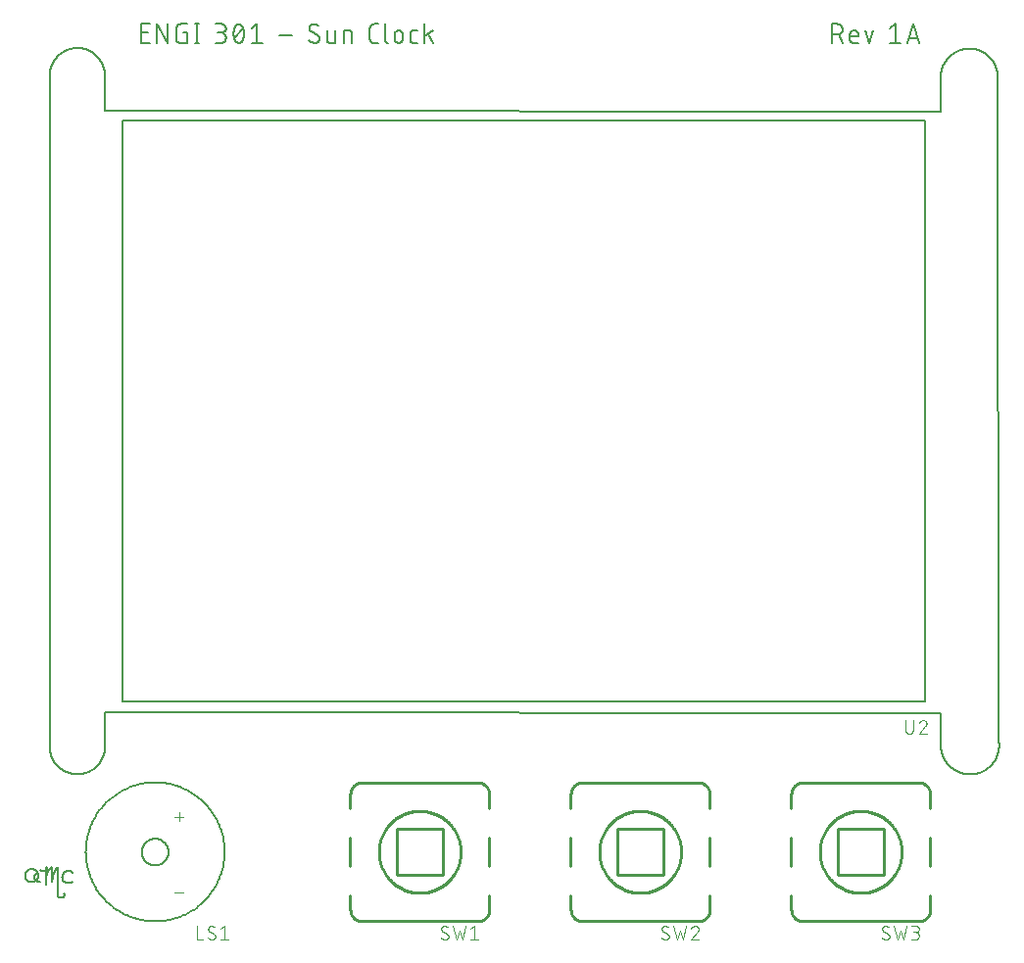
<source format=gbr>
G04 EAGLE Gerber RS-274X export*
G75*
%MOMM*%
%FSLAX34Y34*%
%LPD*%
%INSilkscreen Top*%
%IPPOS*%
%AMOC8*
5,1,8,0,0,1.08239X$1,22.5*%
G01*
%ADD10C,0.152400*%
%ADD11C,0.127000*%
%ADD12C,0.101600*%
%ADD13C,0.254000*%


D10*
X122287Y788162D02*
X115062Y788162D01*
X115062Y804418D01*
X122287Y804418D01*
X120481Y797193D02*
X115062Y797193D01*
X128579Y804418D02*
X128579Y788162D01*
X137610Y788162D02*
X128579Y804418D01*
X137610Y804418D02*
X137610Y788162D01*
X151574Y797193D02*
X154284Y797193D01*
X154284Y788162D01*
X148865Y788162D01*
X148747Y788164D01*
X148629Y788170D01*
X148511Y788179D01*
X148394Y788193D01*
X148277Y788210D01*
X148160Y788231D01*
X148045Y788256D01*
X147930Y788285D01*
X147816Y788318D01*
X147704Y788354D01*
X147593Y788394D01*
X147483Y788437D01*
X147374Y788484D01*
X147267Y788534D01*
X147162Y788589D01*
X147059Y788646D01*
X146958Y788707D01*
X146858Y788771D01*
X146761Y788838D01*
X146666Y788908D01*
X146574Y788982D01*
X146483Y789058D01*
X146396Y789138D01*
X146311Y789220D01*
X146229Y789305D01*
X146149Y789392D01*
X146073Y789483D01*
X145999Y789575D01*
X145929Y789670D01*
X145862Y789767D01*
X145798Y789867D01*
X145737Y789968D01*
X145680Y790071D01*
X145625Y790176D01*
X145575Y790283D01*
X145528Y790392D01*
X145485Y790502D01*
X145445Y790613D01*
X145409Y790725D01*
X145376Y790839D01*
X145347Y790954D01*
X145322Y791069D01*
X145301Y791186D01*
X145284Y791303D01*
X145270Y791420D01*
X145261Y791538D01*
X145255Y791656D01*
X145253Y791774D01*
X145253Y800806D01*
X145255Y800924D01*
X145261Y801042D01*
X145270Y801160D01*
X145284Y801277D01*
X145301Y801394D01*
X145322Y801511D01*
X145347Y801626D01*
X145376Y801741D01*
X145409Y801855D01*
X145445Y801967D01*
X145485Y802078D01*
X145528Y802188D01*
X145575Y802297D01*
X145625Y802404D01*
X145679Y802509D01*
X145737Y802612D01*
X145798Y802713D01*
X145862Y802813D01*
X145929Y802910D01*
X145999Y803005D01*
X146073Y803097D01*
X146149Y803188D01*
X146229Y803275D01*
X146311Y803360D01*
X146396Y803442D01*
X146483Y803522D01*
X146574Y803598D01*
X146666Y803672D01*
X146761Y803742D01*
X146858Y803809D01*
X146958Y803873D01*
X147059Y803934D01*
X147162Y803991D01*
X147267Y804045D01*
X147374Y804096D01*
X147483Y804143D01*
X147593Y804186D01*
X147704Y804226D01*
X147816Y804262D01*
X147930Y804295D01*
X148045Y804324D01*
X148160Y804349D01*
X148277Y804370D01*
X148394Y804387D01*
X148511Y804401D01*
X148629Y804410D01*
X148747Y804416D01*
X148865Y804418D01*
X154284Y804418D01*
X162794Y804418D02*
X162794Y788162D01*
X160988Y788162D02*
X164600Y788162D01*
X164600Y804418D02*
X160988Y804418D01*
X179120Y788162D02*
X183636Y788162D01*
X183769Y788164D01*
X183901Y788170D01*
X184033Y788180D01*
X184165Y788193D01*
X184297Y788211D01*
X184427Y788232D01*
X184558Y788257D01*
X184687Y788286D01*
X184815Y788319D01*
X184943Y788355D01*
X185069Y788395D01*
X185194Y788439D01*
X185318Y788487D01*
X185440Y788538D01*
X185561Y788593D01*
X185680Y788651D01*
X185798Y788713D01*
X185913Y788778D01*
X186027Y788847D01*
X186138Y788918D01*
X186247Y788994D01*
X186354Y789072D01*
X186459Y789153D01*
X186561Y789238D01*
X186661Y789325D01*
X186758Y789415D01*
X186853Y789508D01*
X186944Y789604D01*
X187033Y789702D01*
X187119Y789803D01*
X187202Y789907D01*
X187282Y790013D01*
X187358Y790121D01*
X187432Y790231D01*
X187502Y790344D01*
X187569Y790458D01*
X187632Y790575D01*
X187692Y790693D01*
X187749Y790813D01*
X187802Y790935D01*
X187851Y791058D01*
X187897Y791182D01*
X187939Y791308D01*
X187977Y791435D01*
X188012Y791563D01*
X188043Y791692D01*
X188070Y791821D01*
X188093Y791952D01*
X188113Y792083D01*
X188128Y792215D01*
X188140Y792347D01*
X188148Y792479D01*
X188152Y792612D01*
X188152Y792744D01*
X188148Y792877D01*
X188140Y793009D01*
X188128Y793141D01*
X188113Y793273D01*
X188093Y793404D01*
X188070Y793535D01*
X188043Y793664D01*
X188012Y793793D01*
X187977Y793921D01*
X187939Y794048D01*
X187897Y794174D01*
X187851Y794298D01*
X187802Y794421D01*
X187749Y794543D01*
X187692Y794663D01*
X187632Y794781D01*
X187569Y794898D01*
X187502Y795012D01*
X187432Y795125D01*
X187358Y795235D01*
X187282Y795343D01*
X187202Y795449D01*
X187119Y795553D01*
X187033Y795654D01*
X186944Y795752D01*
X186853Y795848D01*
X186758Y795941D01*
X186661Y796031D01*
X186561Y796118D01*
X186459Y796203D01*
X186354Y796284D01*
X186247Y796362D01*
X186138Y796438D01*
X186027Y796509D01*
X185913Y796578D01*
X185798Y796643D01*
X185680Y796705D01*
X185561Y796763D01*
X185440Y796818D01*
X185318Y796869D01*
X185194Y796917D01*
X185069Y796961D01*
X184943Y797001D01*
X184815Y797037D01*
X184687Y797070D01*
X184558Y797099D01*
X184427Y797124D01*
X184297Y797145D01*
X184165Y797163D01*
X184033Y797176D01*
X183901Y797186D01*
X183769Y797192D01*
X183636Y797194D01*
X184539Y804418D02*
X179120Y804418D01*
X184539Y804418D02*
X184658Y804416D01*
X184778Y804410D01*
X184897Y804400D01*
X185015Y804386D01*
X185134Y804369D01*
X185251Y804347D01*
X185368Y804322D01*
X185483Y804292D01*
X185598Y804259D01*
X185712Y804222D01*
X185824Y804182D01*
X185935Y804137D01*
X186044Y804089D01*
X186152Y804038D01*
X186258Y803983D01*
X186362Y803924D01*
X186464Y803862D01*
X186564Y803797D01*
X186662Y803728D01*
X186758Y803656D01*
X186851Y803581D01*
X186941Y803504D01*
X187029Y803423D01*
X187114Y803339D01*
X187196Y803252D01*
X187276Y803163D01*
X187352Y803071D01*
X187426Y802977D01*
X187496Y802880D01*
X187563Y802782D01*
X187627Y802681D01*
X187687Y802577D01*
X187744Y802472D01*
X187797Y802365D01*
X187847Y802257D01*
X187893Y802147D01*
X187935Y802035D01*
X187974Y801922D01*
X188009Y801808D01*
X188040Y801693D01*
X188068Y801576D01*
X188091Y801459D01*
X188111Y801342D01*
X188127Y801223D01*
X188139Y801104D01*
X188147Y800985D01*
X188151Y800866D01*
X188151Y800746D01*
X188147Y800627D01*
X188139Y800508D01*
X188127Y800389D01*
X188111Y800270D01*
X188091Y800153D01*
X188068Y800036D01*
X188040Y799919D01*
X188009Y799804D01*
X187974Y799690D01*
X187935Y799577D01*
X187893Y799465D01*
X187847Y799355D01*
X187797Y799247D01*
X187744Y799140D01*
X187687Y799035D01*
X187627Y798931D01*
X187563Y798830D01*
X187496Y798732D01*
X187426Y798635D01*
X187352Y798541D01*
X187276Y798449D01*
X187196Y798360D01*
X187114Y798273D01*
X187029Y798189D01*
X186941Y798108D01*
X186851Y798031D01*
X186758Y797956D01*
X186662Y797884D01*
X186564Y797815D01*
X186464Y797750D01*
X186362Y797688D01*
X186258Y797629D01*
X186152Y797574D01*
X186044Y797523D01*
X185935Y797475D01*
X185824Y797430D01*
X185712Y797390D01*
X185598Y797353D01*
X185483Y797320D01*
X185368Y797290D01*
X185251Y797265D01*
X185134Y797243D01*
X185015Y797226D01*
X184897Y797212D01*
X184778Y797202D01*
X184658Y797196D01*
X184539Y797194D01*
X184539Y797193D02*
X180926Y797193D01*
X194752Y796290D02*
X194756Y796610D01*
X194767Y796929D01*
X194786Y797249D01*
X194813Y797567D01*
X194847Y797885D01*
X194889Y798202D01*
X194939Y798518D01*
X194996Y798833D01*
X195060Y799146D01*
X195132Y799458D01*
X195211Y799768D01*
X195298Y800075D01*
X195392Y800381D01*
X195493Y800684D01*
X195602Y800985D01*
X195717Y801283D01*
X195840Y801579D01*
X195970Y801871D01*
X196107Y802160D01*
X196106Y802161D02*
X196145Y802269D01*
X196188Y802376D01*
X196234Y802481D01*
X196285Y802585D01*
X196338Y802687D01*
X196395Y802787D01*
X196456Y802885D01*
X196520Y802980D01*
X196587Y803074D01*
X196658Y803165D01*
X196731Y803254D01*
X196808Y803340D01*
X196887Y803423D01*
X196969Y803504D01*
X197054Y803582D01*
X197142Y803656D01*
X197232Y803728D01*
X197324Y803796D01*
X197419Y803862D01*
X197516Y803924D01*
X197615Y803982D01*
X197717Y804038D01*
X197819Y804089D01*
X197924Y804137D01*
X198030Y804182D01*
X198138Y804223D01*
X198247Y804260D01*
X198357Y804293D01*
X198469Y804322D01*
X198581Y804348D01*
X198694Y804370D01*
X198808Y804387D01*
X198922Y804401D01*
X199037Y804411D01*
X199152Y804417D01*
X199267Y804419D01*
X199267Y804418D02*
X199382Y804416D01*
X199497Y804410D01*
X199612Y804400D01*
X199726Y804386D01*
X199840Y804369D01*
X199953Y804347D01*
X200065Y804321D01*
X200177Y804292D01*
X200287Y804259D01*
X200396Y804222D01*
X200504Y804181D01*
X200610Y804136D01*
X200715Y804088D01*
X200817Y804037D01*
X200918Y803981D01*
X201018Y803923D01*
X201115Y803861D01*
X201209Y803796D01*
X201302Y803727D01*
X201392Y803655D01*
X201480Y803581D01*
X201565Y803503D01*
X201647Y803422D01*
X201726Y803339D01*
X201803Y803253D01*
X201876Y803164D01*
X201947Y803073D01*
X202014Y802979D01*
X202078Y802884D01*
X202139Y802786D01*
X202196Y802686D01*
X202249Y802584D01*
X202300Y802480D01*
X202346Y802375D01*
X202389Y802268D01*
X202428Y802160D01*
X202427Y802160D02*
X202564Y801871D01*
X202694Y801579D01*
X202817Y801283D01*
X202932Y800985D01*
X203041Y800684D01*
X203142Y800381D01*
X203236Y800075D01*
X203323Y799768D01*
X203402Y799458D01*
X203474Y799146D01*
X203538Y798833D01*
X203595Y798518D01*
X203645Y798202D01*
X203687Y797885D01*
X203721Y797567D01*
X203748Y797249D01*
X203767Y796929D01*
X203778Y796610D01*
X203782Y796290D01*
X194752Y796290D02*
X194756Y795970D01*
X194767Y795651D01*
X194786Y795331D01*
X194813Y795013D01*
X194847Y794695D01*
X194889Y794378D01*
X194939Y794062D01*
X194996Y793747D01*
X195060Y793434D01*
X195132Y793122D01*
X195211Y792812D01*
X195298Y792505D01*
X195392Y792199D01*
X195493Y791896D01*
X195602Y791595D01*
X195717Y791297D01*
X195840Y791001D01*
X195970Y790709D01*
X196107Y790420D01*
X196106Y790420D02*
X196145Y790312D01*
X196188Y790205D01*
X196234Y790100D01*
X196285Y789996D01*
X196338Y789894D01*
X196395Y789794D01*
X196456Y789696D01*
X196520Y789601D01*
X196587Y789507D01*
X196658Y789416D01*
X196731Y789327D01*
X196808Y789241D01*
X196887Y789158D01*
X196969Y789077D01*
X197054Y788999D01*
X197142Y788925D01*
X197232Y788853D01*
X197325Y788784D01*
X197419Y788719D01*
X197516Y788657D01*
X197616Y788599D01*
X197717Y788543D01*
X197819Y788492D01*
X197924Y788444D01*
X198030Y788399D01*
X198138Y788358D01*
X198247Y788321D01*
X198357Y788288D01*
X198469Y788259D01*
X198581Y788233D01*
X198694Y788211D01*
X198808Y788194D01*
X198922Y788180D01*
X199037Y788170D01*
X199152Y788164D01*
X199267Y788162D01*
X202427Y790420D02*
X202564Y790709D01*
X202694Y791001D01*
X202817Y791297D01*
X202932Y791595D01*
X203041Y791896D01*
X203142Y792199D01*
X203236Y792505D01*
X203323Y792812D01*
X203402Y793122D01*
X203474Y793434D01*
X203538Y793747D01*
X203595Y794062D01*
X203645Y794378D01*
X203687Y794695D01*
X203721Y795013D01*
X203748Y795331D01*
X203767Y795651D01*
X203778Y795970D01*
X203782Y796290D01*
X202428Y790420D02*
X202389Y790312D01*
X202346Y790205D01*
X202300Y790100D01*
X202249Y789996D01*
X202196Y789894D01*
X202139Y789794D01*
X202078Y789696D01*
X202014Y789601D01*
X201947Y789507D01*
X201876Y789416D01*
X201803Y789327D01*
X201726Y789241D01*
X201647Y789158D01*
X201565Y789077D01*
X201480Y788999D01*
X201392Y788925D01*
X201302Y788853D01*
X201209Y788784D01*
X201115Y788719D01*
X201018Y788657D01*
X200918Y788599D01*
X200817Y788543D01*
X200714Y788492D01*
X200610Y788444D01*
X200504Y788399D01*
X200396Y788358D01*
X200287Y788321D01*
X200177Y788288D01*
X200065Y788259D01*
X199953Y788233D01*
X199840Y788211D01*
X199726Y788194D01*
X199612Y788180D01*
X199497Y788170D01*
X199382Y788164D01*
X199267Y788162D01*
X195655Y791774D02*
X202879Y800806D01*
X210383Y800806D02*
X214898Y804418D01*
X214898Y788162D01*
X210383Y788162D02*
X219414Y788162D01*
X234489Y794484D02*
X245327Y794484D01*
X265300Y788162D02*
X265418Y788164D01*
X265536Y788170D01*
X265654Y788179D01*
X265771Y788193D01*
X265888Y788210D01*
X266005Y788231D01*
X266120Y788256D01*
X266235Y788285D01*
X266349Y788318D01*
X266461Y788354D01*
X266572Y788394D01*
X266682Y788437D01*
X266791Y788484D01*
X266898Y788534D01*
X267003Y788589D01*
X267106Y788646D01*
X267207Y788707D01*
X267307Y788771D01*
X267404Y788838D01*
X267499Y788908D01*
X267591Y788982D01*
X267682Y789058D01*
X267769Y789138D01*
X267854Y789220D01*
X267936Y789305D01*
X268016Y789392D01*
X268092Y789483D01*
X268166Y789575D01*
X268236Y789670D01*
X268303Y789767D01*
X268367Y789867D01*
X268428Y789968D01*
X268485Y790071D01*
X268540Y790176D01*
X268590Y790283D01*
X268637Y790392D01*
X268680Y790502D01*
X268720Y790613D01*
X268756Y790725D01*
X268789Y790839D01*
X268818Y790954D01*
X268843Y791069D01*
X268864Y791186D01*
X268881Y791303D01*
X268895Y791420D01*
X268904Y791538D01*
X268910Y791656D01*
X268912Y791774D01*
X265300Y788162D02*
X265117Y788164D01*
X264935Y788171D01*
X264753Y788182D01*
X264571Y788197D01*
X264389Y788217D01*
X264208Y788240D01*
X264028Y788269D01*
X263848Y788301D01*
X263669Y788338D01*
X263492Y788379D01*
X263315Y788425D01*
X263139Y788474D01*
X262965Y788528D01*
X262791Y788586D01*
X262620Y788648D01*
X262450Y788714D01*
X262281Y788785D01*
X262114Y788859D01*
X261949Y788937D01*
X261786Y789019D01*
X261625Y789105D01*
X261466Y789195D01*
X261309Y789289D01*
X261155Y789386D01*
X261003Y789487D01*
X260853Y789592D01*
X260706Y789700D01*
X260562Y789811D01*
X260420Y789926D01*
X260281Y790045D01*
X260145Y790167D01*
X260012Y790292D01*
X259882Y790420D01*
X260333Y800806D02*
X260335Y800924D01*
X260341Y801042D01*
X260350Y801160D01*
X260364Y801277D01*
X260381Y801394D01*
X260402Y801511D01*
X260427Y801626D01*
X260456Y801741D01*
X260489Y801855D01*
X260525Y801967D01*
X260565Y802078D01*
X260608Y802188D01*
X260655Y802297D01*
X260705Y802404D01*
X260760Y802509D01*
X260817Y802612D01*
X260878Y802713D01*
X260942Y802813D01*
X261009Y802910D01*
X261079Y803005D01*
X261153Y803097D01*
X261229Y803188D01*
X261309Y803275D01*
X261391Y803360D01*
X261476Y803442D01*
X261563Y803522D01*
X261654Y803598D01*
X261746Y803672D01*
X261841Y803742D01*
X261938Y803809D01*
X262038Y803873D01*
X262139Y803934D01*
X262242Y803992D01*
X262347Y804046D01*
X262454Y804096D01*
X262563Y804143D01*
X262673Y804187D01*
X262784Y804226D01*
X262897Y804262D01*
X263010Y804295D01*
X263125Y804324D01*
X263240Y804349D01*
X263357Y804370D01*
X263474Y804387D01*
X263591Y804401D01*
X263709Y804410D01*
X263827Y804416D01*
X263945Y804418D01*
X264106Y804416D01*
X264268Y804410D01*
X264429Y804401D01*
X264590Y804387D01*
X264750Y804370D01*
X264910Y804349D01*
X265070Y804324D01*
X265229Y804295D01*
X265387Y804263D01*
X265544Y804227D01*
X265700Y804187D01*
X265856Y804143D01*
X266010Y804095D01*
X266163Y804044D01*
X266315Y803990D01*
X266466Y803931D01*
X266615Y803870D01*
X266762Y803804D01*
X266908Y803735D01*
X267053Y803663D01*
X267195Y803587D01*
X267336Y803508D01*
X267475Y803426D01*
X267611Y803340D01*
X267746Y803251D01*
X267879Y803159D01*
X268009Y803063D01*
X262139Y797645D02*
X262038Y797707D01*
X261938Y797772D01*
X261841Y797841D01*
X261746Y797913D01*
X261653Y797987D01*
X261563Y798065D01*
X261475Y798146D01*
X261390Y798229D01*
X261308Y798315D01*
X261229Y798404D01*
X261152Y798495D01*
X261079Y798589D01*
X261008Y798685D01*
X260941Y798783D01*
X260877Y798883D01*
X260816Y798986D01*
X260759Y799090D01*
X260705Y799196D01*
X260655Y799304D01*
X260608Y799413D01*
X260564Y799524D01*
X260524Y799636D01*
X260488Y799750D01*
X260456Y799864D01*
X260427Y799980D01*
X260402Y800096D01*
X260381Y800213D01*
X260364Y800331D01*
X260350Y800449D01*
X260341Y800568D01*
X260335Y800687D01*
X260333Y800806D01*
X267107Y794935D02*
X267208Y794873D01*
X267308Y794808D01*
X267405Y794739D01*
X267500Y794667D01*
X267593Y794593D01*
X267683Y794515D01*
X267771Y794434D01*
X267856Y794351D01*
X267938Y794265D01*
X268017Y794176D01*
X268094Y794085D01*
X268167Y793991D01*
X268238Y793895D01*
X268305Y793797D01*
X268369Y793697D01*
X268430Y793594D01*
X268487Y793490D01*
X268541Y793384D01*
X268591Y793276D01*
X268638Y793167D01*
X268682Y793056D01*
X268722Y792944D01*
X268758Y792830D01*
X268790Y792716D01*
X268819Y792600D01*
X268844Y792484D01*
X268865Y792367D01*
X268882Y792249D01*
X268896Y792131D01*
X268905Y792012D01*
X268911Y791893D01*
X268913Y791774D01*
X267106Y794935D02*
X262139Y797645D01*
X275374Y798999D02*
X275374Y790871D01*
X275376Y790770D01*
X275382Y790669D01*
X275391Y790568D01*
X275404Y790467D01*
X275421Y790367D01*
X275442Y790268D01*
X275466Y790170D01*
X275494Y790073D01*
X275526Y789976D01*
X275561Y789881D01*
X275600Y789788D01*
X275642Y789696D01*
X275688Y789605D01*
X275737Y789517D01*
X275789Y789430D01*
X275845Y789345D01*
X275903Y789262D01*
X275965Y789182D01*
X276030Y789104D01*
X276097Y789028D01*
X276167Y788955D01*
X276240Y788885D01*
X276316Y788818D01*
X276394Y788753D01*
X276474Y788691D01*
X276557Y788633D01*
X276642Y788577D01*
X276729Y788525D01*
X276817Y788476D01*
X276908Y788430D01*
X277000Y788388D01*
X277093Y788349D01*
X277188Y788314D01*
X277285Y788282D01*
X277382Y788254D01*
X277480Y788230D01*
X277579Y788209D01*
X277679Y788192D01*
X277780Y788179D01*
X277881Y788170D01*
X277982Y788164D01*
X278083Y788162D01*
X282599Y788162D01*
X282599Y798999D01*
X289963Y798999D02*
X289963Y788162D01*
X289963Y798999D02*
X294478Y798999D01*
X294582Y798997D01*
X294685Y798991D01*
X294789Y798981D01*
X294892Y798967D01*
X294994Y798949D01*
X295095Y798928D01*
X295196Y798902D01*
X295295Y798873D01*
X295394Y798840D01*
X295491Y798803D01*
X295586Y798762D01*
X295680Y798718D01*
X295772Y798670D01*
X295862Y798619D01*
X295951Y798564D01*
X296037Y798506D01*
X296120Y798444D01*
X296202Y798380D01*
X296280Y798312D01*
X296356Y798242D01*
X296430Y798169D01*
X296500Y798092D01*
X296568Y798014D01*
X296632Y797932D01*
X296694Y797849D01*
X296752Y797763D01*
X296807Y797674D01*
X296858Y797584D01*
X296906Y797492D01*
X296950Y797398D01*
X296991Y797303D01*
X297028Y797206D01*
X297061Y797107D01*
X297090Y797008D01*
X297116Y796907D01*
X297137Y796806D01*
X297155Y796704D01*
X297169Y796601D01*
X297179Y796497D01*
X297185Y796394D01*
X297187Y796290D01*
X297188Y796290D02*
X297188Y788162D01*
X316079Y788162D02*
X319692Y788162D01*
X316079Y788162D02*
X315961Y788164D01*
X315843Y788170D01*
X315725Y788179D01*
X315608Y788193D01*
X315491Y788210D01*
X315374Y788231D01*
X315259Y788256D01*
X315144Y788285D01*
X315030Y788318D01*
X314918Y788354D01*
X314807Y788394D01*
X314697Y788437D01*
X314588Y788484D01*
X314481Y788534D01*
X314376Y788589D01*
X314273Y788646D01*
X314172Y788707D01*
X314072Y788771D01*
X313975Y788838D01*
X313880Y788908D01*
X313788Y788982D01*
X313697Y789058D01*
X313610Y789138D01*
X313525Y789220D01*
X313443Y789305D01*
X313363Y789392D01*
X313287Y789483D01*
X313213Y789575D01*
X313143Y789670D01*
X313076Y789767D01*
X313012Y789867D01*
X312951Y789968D01*
X312894Y790071D01*
X312839Y790176D01*
X312789Y790283D01*
X312742Y790392D01*
X312699Y790502D01*
X312659Y790613D01*
X312623Y790725D01*
X312590Y790839D01*
X312561Y790954D01*
X312536Y791069D01*
X312515Y791186D01*
X312498Y791303D01*
X312484Y791420D01*
X312475Y791538D01*
X312469Y791656D01*
X312467Y791774D01*
X312467Y800806D01*
X312468Y800806D02*
X312470Y800924D01*
X312476Y801042D01*
X312485Y801160D01*
X312499Y801277D01*
X312516Y801394D01*
X312537Y801511D01*
X312562Y801626D01*
X312591Y801741D01*
X312624Y801855D01*
X312660Y801967D01*
X312700Y802078D01*
X312743Y802188D01*
X312790Y802297D01*
X312840Y802404D01*
X312894Y802509D01*
X312952Y802612D01*
X313013Y802713D01*
X313077Y802813D01*
X313144Y802910D01*
X313214Y803005D01*
X313288Y803097D01*
X313364Y803188D01*
X313444Y803275D01*
X313526Y803360D01*
X313611Y803442D01*
X313698Y803522D01*
X313789Y803598D01*
X313881Y803672D01*
X313976Y803742D01*
X314073Y803809D01*
X314173Y803873D01*
X314274Y803934D01*
X314377Y803991D01*
X314482Y804045D01*
X314589Y804096D01*
X314698Y804143D01*
X314808Y804186D01*
X314919Y804226D01*
X315031Y804262D01*
X315145Y804295D01*
X315260Y804324D01*
X315375Y804349D01*
X315492Y804370D01*
X315609Y804387D01*
X315726Y804401D01*
X315844Y804410D01*
X315962Y804416D01*
X316080Y804418D01*
X316079Y804418D02*
X319692Y804418D01*
X325630Y804418D02*
X325630Y790871D01*
X325631Y790871D02*
X325633Y790770D01*
X325639Y790669D01*
X325648Y790568D01*
X325661Y790467D01*
X325678Y790367D01*
X325699Y790268D01*
X325723Y790170D01*
X325751Y790073D01*
X325783Y789976D01*
X325818Y789881D01*
X325857Y789788D01*
X325899Y789696D01*
X325945Y789605D01*
X325994Y789517D01*
X326046Y789430D01*
X326102Y789345D01*
X326160Y789262D01*
X326222Y789182D01*
X326287Y789104D01*
X326354Y789028D01*
X326424Y788955D01*
X326497Y788885D01*
X326573Y788818D01*
X326651Y788753D01*
X326731Y788691D01*
X326814Y788633D01*
X326899Y788577D01*
X326986Y788525D01*
X327074Y788476D01*
X327165Y788430D01*
X327257Y788388D01*
X327350Y788349D01*
X327445Y788314D01*
X327542Y788282D01*
X327639Y788254D01*
X327737Y788230D01*
X327836Y788209D01*
X327936Y788192D01*
X328037Y788179D01*
X328138Y788170D01*
X328239Y788164D01*
X328340Y788162D01*
X333730Y791774D02*
X333730Y795387D01*
X333731Y795387D02*
X333733Y795506D01*
X333739Y795626D01*
X333749Y795745D01*
X333763Y795863D01*
X333780Y795982D01*
X333802Y796099D01*
X333827Y796216D01*
X333857Y796331D01*
X333890Y796446D01*
X333927Y796560D01*
X333967Y796672D01*
X334012Y796783D01*
X334060Y796892D01*
X334111Y797000D01*
X334166Y797106D01*
X334225Y797210D01*
X334287Y797312D01*
X334352Y797412D01*
X334421Y797510D01*
X334493Y797606D01*
X334568Y797699D01*
X334645Y797789D01*
X334726Y797877D01*
X334810Y797962D01*
X334897Y798044D01*
X334986Y798124D01*
X335078Y798200D01*
X335172Y798274D01*
X335269Y798344D01*
X335367Y798411D01*
X335468Y798475D01*
X335572Y798535D01*
X335677Y798592D01*
X335784Y798645D01*
X335892Y798695D01*
X336002Y798741D01*
X336114Y798783D01*
X336227Y798822D01*
X336341Y798857D01*
X336456Y798888D01*
X336573Y798916D01*
X336690Y798939D01*
X336807Y798959D01*
X336926Y798975D01*
X337045Y798987D01*
X337164Y798995D01*
X337283Y798999D01*
X337403Y798999D01*
X337522Y798995D01*
X337641Y798987D01*
X337760Y798975D01*
X337879Y798959D01*
X337996Y798939D01*
X338113Y798916D01*
X338230Y798888D01*
X338345Y798857D01*
X338459Y798822D01*
X338572Y798783D01*
X338684Y798741D01*
X338794Y798695D01*
X338902Y798645D01*
X339009Y798592D01*
X339114Y798535D01*
X339218Y798475D01*
X339319Y798411D01*
X339417Y798344D01*
X339514Y798274D01*
X339608Y798200D01*
X339700Y798124D01*
X339789Y798044D01*
X339876Y797962D01*
X339960Y797877D01*
X340041Y797789D01*
X340118Y797699D01*
X340193Y797606D01*
X340265Y797510D01*
X340334Y797412D01*
X340399Y797312D01*
X340461Y797210D01*
X340520Y797106D01*
X340575Y797000D01*
X340626Y796892D01*
X340674Y796783D01*
X340719Y796672D01*
X340759Y796560D01*
X340796Y796446D01*
X340829Y796331D01*
X340859Y796216D01*
X340884Y796099D01*
X340906Y795982D01*
X340923Y795863D01*
X340937Y795745D01*
X340947Y795626D01*
X340953Y795506D01*
X340955Y795387D01*
X340955Y791774D01*
X340953Y791655D01*
X340947Y791535D01*
X340937Y791416D01*
X340923Y791298D01*
X340906Y791179D01*
X340884Y791062D01*
X340859Y790945D01*
X340829Y790830D01*
X340796Y790715D01*
X340759Y790601D01*
X340719Y790489D01*
X340674Y790378D01*
X340626Y790269D01*
X340575Y790161D01*
X340520Y790055D01*
X340461Y789951D01*
X340399Y789849D01*
X340334Y789749D01*
X340265Y789651D01*
X340193Y789555D01*
X340118Y789462D01*
X340041Y789372D01*
X339960Y789284D01*
X339876Y789199D01*
X339789Y789117D01*
X339700Y789037D01*
X339608Y788961D01*
X339514Y788887D01*
X339417Y788817D01*
X339319Y788750D01*
X339218Y788686D01*
X339114Y788626D01*
X339009Y788569D01*
X338902Y788516D01*
X338794Y788466D01*
X338684Y788420D01*
X338572Y788378D01*
X338459Y788339D01*
X338345Y788304D01*
X338230Y788273D01*
X338113Y788245D01*
X337996Y788222D01*
X337879Y788202D01*
X337760Y788186D01*
X337641Y788174D01*
X337522Y788166D01*
X337403Y788162D01*
X337283Y788162D01*
X337164Y788166D01*
X337045Y788174D01*
X336926Y788186D01*
X336807Y788202D01*
X336690Y788222D01*
X336573Y788245D01*
X336456Y788273D01*
X336341Y788304D01*
X336227Y788339D01*
X336114Y788378D01*
X336002Y788420D01*
X335892Y788466D01*
X335784Y788516D01*
X335677Y788569D01*
X335572Y788626D01*
X335468Y788686D01*
X335367Y788750D01*
X335269Y788817D01*
X335172Y788887D01*
X335078Y788961D01*
X334986Y789037D01*
X334897Y789117D01*
X334810Y789199D01*
X334726Y789284D01*
X334645Y789372D01*
X334568Y789462D01*
X334493Y789555D01*
X334421Y789651D01*
X334352Y789749D01*
X334287Y789849D01*
X334225Y789951D01*
X334166Y790055D01*
X334111Y790161D01*
X334060Y790269D01*
X334012Y790378D01*
X333967Y790489D01*
X333927Y790601D01*
X333890Y790715D01*
X333857Y790830D01*
X333827Y790945D01*
X333802Y791062D01*
X333780Y791179D01*
X333763Y791298D01*
X333749Y791416D01*
X333739Y791535D01*
X333733Y791655D01*
X333731Y791774D01*
X350004Y788162D02*
X353617Y788162D01*
X350004Y788162D02*
X349903Y788164D01*
X349802Y788170D01*
X349701Y788179D01*
X349600Y788192D01*
X349500Y788209D01*
X349401Y788230D01*
X349303Y788254D01*
X349206Y788282D01*
X349109Y788314D01*
X349014Y788349D01*
X348921Y788388D01*
X348829Y788430D01*
X348738Y788476D01*
X348650Y788525D01*
X348563Y788577D01*
X348478Y788633D01*
X348395Y788691D01*
X348315Y788753D01*
X348237Y788818D01*
X348161Y788885D01*
X348088Y788955D01*
X348018Y789028D01*
X347951Y789104D01*
X347886Y789182D01*
X347824Y789262D01*
X347766Y789345D01*
X347710Y789430D01*
X347658Y789517D01*
X347609Y789605D01*
X347563Y789696D01*
X347521Y789788D01*
X347482Y789881D01*
X347447Y789976D01*
X347415Y790073D01*
X347387Y790170D01*
X347363Y790268D01*
X347342Y790367D01*
X347325Y790467D01*
X347312Y790568D01*
X347303Y790669D01*
X347297Y790770D01*
X347295Y790871D01*
X347295Y796290D01*
X347297Y796391D01*
X347303Y796492D01*
X347312Y796593D01*
X347325Y796694D01*
X347342Y796794D01*
X347363Y796893D01*
X347387Y796991D01*
X347415Y797088D01*
X347447Y797185D01*
X347482Y797280D01*
X347521Y797373D01*
X347563Y797465D01*
X347609Y797556D01*
X347658Y797645D01*
X347710Y797731D01*
X347766Y797816D01*
X347824Y797899D01*
X347886Y797979D01*
X347951Y798057D01*
X348018Y798133D01*
X348088Y798206D01*
X348161Y798276D01*
X348237Y798343D01*
X348315Y798408D01*
X348395Y798470D01*
X348478Y798528D01*
X348563Y798584D01*
X348650Y798636D01*
X348738Y798685D01*
X348829Y798731D01*
X348921Y798773D01*
X349014Y798812D01*
X349109Y798847D01*
X349206Y798879D01*
X349303Y798907D01*
X349401Y798931D01*
X349500Y798952D01*
X349600Y798969D01*
X349701Y798982D01*
X349802Y798991D01*
X349903Y798997D01*
X350004Y798999D01*
X353617Y798999D01*
X359951Y804418D02*
X359951Y788162D01*
X359951Y793581D02*
X367176Y798999D01*
X363112Y795838D02*
X367176Y788162D01*
X711962Y788162D02*
X711962Y804418D01*
X716478Y804418D01*
X716611Y804416D01*
X716743Y804410D01*
X716875Y804400D01*
X717007Y804387D01*
X717139Y804369D01*
X717269Y804348D01*
X717400Y804323D01*
X717529Y804294D01*
X717657Y804261D01*
X717785Y804225D01*
X717911Y804185D01*
X718036Y804141D01*
X718160Y804093D01*
X718282Y804042D01*
X718403Y803987D01*
X718522Y803929D01*
X718640Y803867D01*
X718755Y803802D01*
X718869Y803733D01*
X718980Y803662D01*
X719089Y803586D01*
X719196Y803508D01*
X719301Y803427D01*
X719403Y803342D01*
X719503Y803255D01*
X719600Y803165D01*
X719695Y803072D01*
X719786Y802976D01*
X719875Y802878D01*
X719961Y802777D01*
X720044Y802673D01*
X720124Y802567D01*
X720200Y802459D01*
X720274Y802349D01*
X720344Y802236D01*
X720411Y802122D01*
X720474Y802005D01*
X720534Y801887D01*
X720591Y801767D01*
X720644Y801645D01*
X720693Y801522D01*
X720739Y801398D01*
X720781Y801272D01*
X720819Y801145D01*
X720854Y801017D01*
X720885Y800888D01*
X720912Y800759D01*
X720935Y800628D01*
X720955Y800497D01*
X720970Y800365D01*
X720982Y800233D01*
X720990Y800101D01*
X720994Y799968D01*
X720994Y799836D01*
X720990Y799703D01*
X720982Y799571D01*
X720970Y799439D01*
X720955Y799307D01*
X720935Y799176D01*
X720912Y799045D01*
X720885Y798916D01*
X720854Y798787D01*
X720819Y798659D01*
X720781Y798532D01*
X720739Y798406D01*
X720693Y798282D01*
X720644Y798159D01*
X720591Y798037D01*
X720534Y797917D01*
X720474Y797799D01*
X720411Y797682D01*
X720344Y797568D01*
X720274Y797455D01*
X720200Y797345D01*
X720124Y797237D01*
X720044Y797131D01*
X719961Y797027D01*
X719875Y796926D01*
X719786Y796828D01*
X719695Y796732D01*
X719600Y796639D01*
X719503Y796549D01*
X719403Y796462D01*
X719301Y796377D01*
X719196Y796296D01*
X719089Y796218D01*
X718980Y796142D01*
X718869Y796071D01*
X718755Y796002D01*
X718640Y795937D01*
X718522Y795875D01*
X718403Y795817D01*
X718282Y795762D01*
X718160Y795711D01*
X718036Y795663D01*
X717911Y795619D01*
X717785Y795579D01*
X717657Y795543D01*
X717529Y795510D01*
X717400Y795481D01*
X717269Y795456D01*
X717139Y795435D01*
X717007Y795417D01*
X716875Y795404D01*
X716743Y795394D01*
X716611Y795388D01*
X716478Y795386D01*
X716478Y795387D02*
X711962Y795387D01*
X717381Y795387D02*
X720993Y788162D01*
X730072Y788162D02*
X734588Y788162D01*
X730072Y788162D02*
X729971Y788164D01*
X729870Y788170D01*
X729769Y788179D01*
X729668Y788192D01*
X729568Y788209D01*
X729469Y788230D01*
X729371Y788254D01*
X729274Y788282D01*
X729177Y788314D01*
X729082Y788349D01*
X728989Y788388D01*
X728897Y788430D01*
X728806Y788476D01*
X728718Y788525D01*
X728631Y788577D01*
X728546Y788633D01*
X728463Y788691D01*
X728383Y788753D01*
X728305Y788818D01*
X728229Y788885D01*
X728156Y788955D01*
X728086Y789028D01*
X728019Y789104D01*
X727954Y789182D01*
X727892Y789262D01*
X727834Y789345D01*
X727778Y789430D01*
X727726Y789517D01*
X727677Y789605D01*
X727631Y789696D01*
X727589Y789788D01*
X727550Y789881D01*
X727515Y789976D01*
X727483Y790073D01*
X727455Y790170D01*
X727431Y790268D01*
X727410Y790367D01*
X727393Y790467D01*
X727380Y790568D01*
X727371Y790669D01*
X727365Y790770D01*
X727363Y790871D01*
X727363Y795387D01*
X727365Y795506D01*
X727371Y795626D01*
X727381Y795745D01*
X727395Y795863D01*
X727412Y795982D01*
X727434Y796099D01*
X727459Y796216D01*
X727489Y796331D01*
X727522Y796446D01*
X727559Y796560D01*
X727599Y796672D01*
X727644Y796783D01*
X727692Y796892D01*
X727743Y797000D01*
X727798Y797106D01*
X727857Y797210D01*
X727919Y797312D01*
X727984Y797412D01*
X728053Y797510D01*
X728125Y797606D01*
X728200Y797699D01*
X728277Y797789D01*
X728358Y797877D01*
X728442Y797962D01*
X728529Y798044D01*
X728618Y798124D01*
X728710Y798200D01*
X728804Y798274D01*
X728901Y798344D01*
X728999Y798411D01*
X729100Y798475D01*
X729204Y798535D01*
X729309Y798592D01*
X729416Y798645D01*
X729524Y798695D01*
X729634Y798741D01*
X729746Y798783D01*
X729859Y798822D01*
X729973Y798857D01*
X730088Y798888D01*
X730205Y798916D01*
X730322Y798939D01*
X730439Y798959D01*
X730558Y798975D01*
X730677Y798987D01*
X730796Y798995D01*
X730915Y798999D01*
X731035Y798999D01*
X731154Y798995D01*
X731273Y798987D01*
X731392Y798975D01*
X731511Y798959D01*
X731628Y798939D01*
X731745Y798916D01*
X731862Y798888D01*
X731977Y798857D01*
X732091Y798822D01*
X732204Y798783D01*
X732316Y798741D01*
X732426Y798695D01*
X732534Y798645D01*
X732641Y798592D01*
X732746Y798535D01*
X732850Y798475D01*
X732951Y798411D01*
X733049Y798344D01*
X733146Y798274D01*
X733240Y798200D01*
X733332Y798124D01*
X733421Y798044D01*
X733508Y797962D01*
X733592Y797877D01*
X733673Y797789D01*
X733750Y797699D01*
X733825Y797606D01*
X733897Y797510D01*
X733966Y797412D01*
X734031Y797312D01*
X734093Y797210D01*
X734152Y797106D01*
X734207Y797000D01*
X734258Y796892D01*
X734306Y796783D01*
X734351Y796672D01*
X734391Y796560D01*
X734428Y796446D01*
X734461Y796331D01*
X734491Y796216D01*
X734516Y796099D01*
X734538Y795982D01*
X734555Y795863D01*
X734569Y795745D01*
X734579Y795626D01*
X734585Y795506D01*
X734587Y795387D01*
X734588Y795387D02*
X734588Y793581D01*
X727363Y793581D01*
X740389Y798999D02*
X744001Y788162D01*
X747614Y798999D01*
X761890Y800806D02*
X766406Y804418D01*
X766406Y788162D01*
X770921Y788162D02*
X761890Y788162D01*
X776618Y788162D02*
X782037Y804418D01*
X787456Y788162D01*
X786101Y792226D02*
X777973Y792226D01*
D11*
X25400Y71120D02*
X25282Y71079D01*
X25166Y71034D01*
X25051Y70985D01*
X24937Y70933D01*
X24825Y70877D01*
X24715Y70818D01*
X24607Y70756D01*
X24501Y70690D01*
X24397Y70621D01*
X24295Y70548D01*
X24195Y70473D01*
X24098Y70394D01*
X24004Y70313D01*
X23911Y70229D01*
X23822Y70141D01*
X23735Y70051D01*
X23651Y69959D01*
X23571Y69864D01*
X23493Y69766D01*
X23418Y69666D01*
X23346Y69564D01*
X23278Y69459D01*
X23212Y69353D01*
X23151Y69244D01*
X23092Y69134D01*
X23037Y69022D01*
X22986Y68908D01*
X22938Y68793D01*
X22893Y68676D01*
X22853Y68558D01*
X22816Y68438D01*
X22783Y68318D01*
X22753Y68197D01*
X22727Y68074D01*
X22706Y67951D01*
X22688Y67828D01*
X22673Y67704D01*
X22663Y67579D01*
X22657Y67454D01*
X22654Y67329D01*
X22655Y67205D01*
X22661Y67080D01*
X22670Y66955D01*
X22683Y66831D01*
X22700Y66707D01*
X22720Y66584D01*
X22745Y66462D01*
X22773Y66340D01*
X22805Y66219D01*
X22841Y66099D01*
X22880Y65981D01*
X22923Y65864D01*
X22970Y65748D01*
X23021Y65634D01*
X23075Y65521D01*
X23132Y65410D01*
X23193Y65301D01*
X23257Y65194D01*
X23324Y65089D01*
X23395Y64986D01*
X23469Y64885D01*
X23546Y64786D01*
X23626Y64691D01*
X23709Y64597D01*
X23795Y64506D01*
X23883Y64418D01*
X23974Y64333D01*
X24068Y64251D01*
X24165Y64171D01*
X24264Y64095D01*
X24365Y64022D01*
X24468Y63951D01*
X24574Y63885D01*
X24681Y63821D01*
X24791Y63761D01*
X24902Y63704D01*
X25015Y63651D01*
X25130Y63601D01*
X25246Y63555D01*
X25363Y63513D01*
X25482Y63474D01*
X25602Y63439D01*
X25723Y63407D01*
X25844Y63380D01*
X25967Y63356D01*
X26090Y63336D01*
X26214Y63320D01*
X26339Y63308D01*
X26463Y63299D01*
X26588Y63295D01*
X26713Y63294D01*
X26838Y63298D01*
X26963Y63305D01*
X27087Y63316D01*
X27211Y63331D01*
X27334Y63349D01*
X27457Y63372D01*
X27579Y63398D01*
X27701Y63429D01*
X27821Y63462D01*
X27940Y63500D01*
X33020Y60960D02*
X33020Y76200D01*
X33065Y76105D01*
X33107Y76009D01*
X33145Y75911D01*
X33180Y75812D01*
X33210Y75712D01*
X33237Y75610D01*
X33261Y75508D01*
X33280Y75405D01*
X33296Y75301D01*
X33307Y75197D01*
X33315Y75092D01*
X33319Y74987D01*
X33320Y74882D01*
X33316Y74777D01*
X33308Y74673D01*
X33297Y74568D01*
X33282Y74464D01*
X33262Y74361D01*
X33240Y74259D01*
X33213Y74157D01*
X33182Y74057D01*
X33148Y73958D01*
X33111Y73860D01*
X33069Y73763D01*
X33024Y73668D01*
X32976Y73575D01*
X32924Y73484D01*
X32869Y73395D01*
X32811Y73307D01*
X32749Y73222D01*
X32685Y73140D01*
X32617Y73059D01*
X32546Y72982D01*
X32473Y72907D01*
X32397Y72834D01*
X32318Y72765D01*
X32237Y72699D01*
X32153Y72635D01*
X32067Y72575D01*
X31979Y72518D01*
X31889Y72464D01*
X31797Y72414D01*
X31703Y72367D01*
X31607Y72323D01*
X31510Y72283D01*
X31412Y72247D01*
X31312Y72215D01*
X31211Y72186D01*
X31109Y72161D01*
X31006Y72139D01*
X30903Y72122D01*
X30799Y72108D01*
X30694Y72098D01*
X30590Y72092D01*
X30485Y72090D01*
X30380Y72092D01*
X30275Y72097D01*
X30170Y72107D01*
X30066Y72120D01*
X29963Y72137D01*
X29860Y72159D01*
X29758Y72183D01*
X29657Y72212D01*
X29557Y72244D01*
X29458Y72280D01*
X29361Y72320D01*
X29266Y72363D01*
X29171Y72409D01*
X29079Y72459D01*
X28989Y72513D01*
X28901Y72570D01*
X28814Y72630D01*
X28731Y72693D01*
X28649Y72759D01*
X28570Y72828D01*
X28494Y72900D01*
X28420Y72975D01*
X28349Y73052D01*
X28281Y73132D01*
X28216Y73215D01*
X28155Y73300D01*
X28096Y73387D01*
X28041Y73476D01*
X27988Y73567D01*
X27940Y73660D01*
X33019Y68580D02*
X33078Y68859D01*
X33143Y69136D01*
X33215Y69412D01*
X33293Y69685D01*
X33378Y69957D01*
X33469Y70227D01*
X33567Y70495D01*
X33671Y70760D01*
X33781Y71022D01*
X33898Y71282D01*
X34020Y71539D01*
X34149Y71793D01*
X34284Y72044D01*
X34425Y72292D01*
X34571Y72536D01*
X34723Y72777D01*
X34881Y73014D01*
X35045Y73247D01*
X35214Y73476D01*
X35388Y73701D01*
X35568Y73922D01*
X35753Y74138D01*
X35943Y74350D01*
X36138Y74558D01*
X36338Y74761D01*
X36543Y74959D01*
X36752Y75152D01*
X36966Y75340D01*
X37185Y75522D01*
X37407Y75700D01*
X37634Y75872D01*
X37865Y76039D01*
X38100Y76200D01*
X38100Y63500D01*
X38099Y63500D02*
X38099Y63925D01*
X38109Y64351D01*
X38129Y64776D01*
X38160Y65200D01*
X38200Y65623D01*
X38250Y66046D01*
X38311Y66467D01*
X38381Y66886D01*
X38461Y67304D01*
X38552Y67719D01*
X38652Y68133D01*
X38762Y68544D01*
X38882Y68952D01*
X39011Y69357D01*
X39150Y69759D01*
X39298Y70158D01*
X39456Y70552D01*
X39624Y70944D01*
X39800Y71330D01*
X39986Y71713D01*
X40181Y72091D01*
X40385Y72465D01*
X40597Y72833D01*
X40818Y73196D01*
X41048Y73554D01*
X41287Y73907D01*
X41533Y74253D01*
X41788Y74594D01*
X42051Y74928D01*
X42322Y75256D01*
X42600Y75578D01*
X42886Y75892D01*
X43179Y76200D01*
X43180Y76200D02*
X43180Y50800D01*
X43228Y50707D01*
X43281Y50616D01*
X43336Y50527D01*
X43395Y50440D01*
X43456Y50355D01*
X43521Y50272D01*
X43589Y50192D01*
X43660Y50115D01*
X43734Y50040D01*
X43810Y49968D01*
X43889Y49899D01*
X43971Y49833D01*
X44054Y49770D01*
X44141Y49710D01*
X44229Y49653D01*
X44319Y49599D01*
X44411Y49549D01*
X44506Y49503D01*
X44601Y49460D01*
X44698Y49420D01*
X44797Y49384D01*
X44897Y49352D01*
X44998Y49323D01*
X45100Y49299D01*
X45203Y49277D01*
X45306Y49260D01*
X45410Y49247D01*
X45515Y49237D01*
X45620Y49232D01*
X45725Y49230D01*
X45830Y49232D01*
X45934Y49238D01*
X46039Y49248D01*
X46143Y49262D01*
X46246Y49279D01*
X46349Y49301D01*
X46451Y49326D01*
X46552Y49355D01*
X46652Y49387D01*
X46750Y49423D01*
X46847Y49463D01*
X46943Y49507D01*
X47037Y49554D01*
X47129Y49604D01*
X47219Y49658D01*
X47307Y49715D01*
X47393Y49775D01*
X47477Y49839D01*
X47558Y49905D01*
X47637Y49974D01*
X47713Y50047D01*
X47786Y50122D01*
X47857Y50199D01*
X47925Y50280D01*
X47989Y50362D01*
X48051Y50447D01*
X48109Y50535D01*
X48164Y50624D01*
X48216Y50715D01*
X48264Y50808D01*
X48309Y50903D01*
X48351Y51000D01*
X48388Y51098D01*
X48422Y51197D01*
X48453Y51297D01*
X48480Y51399D01*
X48502Y51501D01*
X48522Y51604D01*
X48537Y51708D01*
X48548Y51813D01*
X48556Y51917D01*
X48560Y52022D01*
X48559Y52127D01*
X48555Y52232D01*
X48547Y52337D01*
X48536Y52441D01*
X48520Y52545D01*
X48501Y52648D01*
X48477Y52750D01*
X48450Y52852D01*
X48420Y52952D01*
X48385Y53051D01*
X48347Y53149D01*
X48305Y53245D01*
X48260Y53340D01*
X55880Y63500D02*
X55775Y63398D01*
X55668Y63299D01*
X55558Y63203D01*
X55446Y63111D01*
X55331Y63021D01*
X55213Y62934D01*
X55094Y62850D01*
X54972Y62770D01*
X54848Y62693D01*
X54722Y62620D01*
X54594Y62550D01*
X54464Y62483D01*
X54332Y62420D01*
X54199Y62361D01*
X54064Y62305D01*
X53928Y62253D01*
X53790Y62204D01*
X53651Y62159D01*
X53511Y62118D01*
X53370Y62081D01*
X53228Y62048D01*
X53085Y62019D01*
X52942Y61993D01*
X52797Y61971D01*
X52653Y61954D01*
X52507Y61940D01*
X52362Y61930D01*
X52216Y61924D01*
X52070Y61922D01*
X51924Y61924D01*
X51778Y61930D01*
X51633Y61940D01*
X51487Y61954D01*
X51343Y61971D01*
X51198Y61993D01*
X51055Y62019D01*
X50912Y62048D01*
X50770Y62081D01*
X50629Y62118D01*
X50489Y62159D01*
X50350Y62204D01*
X50212Y62253D01*
X50076Y62305D01*
X49941Y62361D01*
X49808Y62420D01*
X49676Y62483D01*
X49546Y62550D01*
X49418Y62620D01*
X49292Y62693D01*
X49168Y62770D01*
X49046Y62850D01*
X48927Y62934D01*
X48809Y63021D01*
X48694Y63111D01*
X48582Y63203D01*
X48472Y63299D01*
X48365Y63398D01*
X48260Y63500D01*
X48158Y63605D01*
X48059Y63712D01*
X47963Y63822D01*
X47871Y63934D01*
X47781Y64049D01*
X47694Y64167D01*
X47610Y64286D01*
X47530Y64408D01*
X47453Y64532D01*
X47380Y64658D01*
X47310Y64786D01*
X47243Y64916D01*
X47180Y65048D01*
X47121Y65181D01*
X47065Y65316D01*
X47013Y65452D01*
X46964Y65590D01*
X46919Y65729D01*
X46878Y65869D01*
X46841Y66010D01*
X46808Y66152D01*
X46779Y66295D01*
X46753Y66438D01*
X46731Y66583D01*
X46714Y66727D01*
X46700Y66873D01*
X46690Y67018D01*
X46684Y67164D01*
X46682Y67310D01*
X46684Y67456D01*
X46690Y67602D01*
X46700Y67747D01*
X46714Y67893D01*
X46731Y68037D01*
X46753Y68182D01*
X46779Y68325D01*
X46808Y68468D01*
X46841Y68610D01*
X46878Y68751D01*
X46919Y68891D01*
X46964Y69030D01*
X47013Y69168D01*
X47065Y69304D01*
X47121Y69439D01*
X47180Y69572D01*
X47243Y69704D01*
X47310Y69834D01*
X47380Y69962D01*
X47453Y70088D01*
X47530Y70212D01*
X47610Y70334D01*
X47694Y70453D01*
X47781Y70571D01*
X47871Y70686D01*
X47963Y70798D01*
X48059Y70908D01*
X48158Y71015D01*
X48260Y71120D01*
X48365Y71222D01*
X48472Y71321D01*
X48582Y71417D01*
X48694Y71509D01*
X48809Y71599D01*
X48927Y71686D01*
X49046Y71770D01*
X49168Y71850D01*
X49292Y71927D01*
X49418Y72000D01*
X49546Y72070D01*
X49676Y72137D01*
X49808Y72200D01*
X49941Y72259D01*
X50076Y72315D01*
X50212Y72367D01*
X50350Y72416D01*
X50489Y72461D01*
X50629Y72502D01*
X50770Y72539D01*
X50912Y72572D01*
X51055Y72601D01*
X51198Y72627D01*
X51343Y72649D01*
X51487Y72666D01*
X51633Y72680D01*
X51778Y72690D01*
X51924Y72696D01*
X52070Y72698D01*
X52216Y72696D01*
X52362Y72690D01*
X52507Y72680D01*
X52653Y72666D01*
X52797Y72649D01*
X52942Y72627D01*
X53085Y72601D01*
X53228Y72572D01*
X53370Y72539D01*
X53511Y72502D01*
X53651Y72461D01*
X53790Y72416D01*
X53928Y72367D01*
X54064Y72315D01*
X54199Y72259D01*
X54332Y72200D01*
X54464Y72137D01*
X54594Y72070D01*
X54722Y72000D01*
X54848Y71927D01*
X54972Y71850D01*
X55094Y71770D01*
X55213Y71686D01*
X55331Y71599D01*
X55446Y71509D01*
X55558Y71417D01*
X55668Y71321D01*
X55775Y71222D01*
X55880Y71120D01*
X14640Y68580D02*
X14642Y68731D01*
X14648Y68881D01*
X14658Y69031D01*
X14672Y69181D01*
X14690Y69331D01*
X14712Y69480D01*
X14738Y69628D01*
X14767Y69776D01*
X14801Y69922D01*
X14838Y70068D01*
X14880Y70213D01*
X14925Y70357D01*
X14974Y70499D01*
X15027Y70640D01*
X15083Y70780D01*
X15143Y70918D01*
X15207Y71054D01*
X15275Y71189D01*
X15345Y71322D01*
X15420Y71453D01*
X15498Y71581D01*
X15579Y71708D01*
X15664Y71833D01*
X15751Y71955D01*
X15843Y72075D01*
X15937Y72192D01*
X16034Y72307D01*
X16134Y72420D01*
X16238Y72529D01*
X16344Y72636D01*
X16453Y72740D01*
X16564Y72841D01*
X16679Y72939D01*
X16795Y73034D01*
X16915Y73126D01*
X17036Y73215D01*
X17160Y73300D01*
X17287Y73382D01*
X17415Y73461D01*
X17545Y73536D01*
X17678Y73608D01*
X17812Y73676D01*
X17948Y73741D01*
X18086Y73802D01*
X18225Y73859D01*
X18366Y73913D01*
X18508Y73963D01*
X18651Y74009D01*
X18795Y74052D01*
X18941Y74090D01*
X19088Y74125D01*
X19235Y74155D01*
X19383Y74182D01*
X19532Y74205D01*
X19681Y74224D01*
X19831Y74239D01*
X19981Y74250D01*
X20132Y74257D01*
X20282Y74260D01*
X20433Y74259D01*
X20583Y74254D01*
X20734Y74245D01*
X20884Y74232D01*
X21033Y74215D01*
X21183Y74194D01*
X21331Y74169D01*
X21479Y74141D01*
X21626Y74108D01*
X21772Y74071D01*
X21917Y74031D01*
X22061Y73987D01*
X22204Y73939D01*
X22345Y73887D01*
X22485Y73831D01*
X22623Y73772D01*
X22760Y73709D01*
X22895Y73643D01*
X23029Y73573D01*
X23160Y73499D01*
X23289Y73422D01*
X23417Y73342D01*
X23542Y73258D01*
X23665Y73171D01*
X23785Y73081D01*
X23903Y72987D01*
X24019Y72891D01*
X24132Y72791D01*
X24242Y72688D01*
X24350Y72583D01*
X24454Y72475D01*
X24556Y72364D01*
X24655Y72250D01*
X24751Y72134D01*
X24843Y72015D01*
X24933Y71894D01*
X25019Y71771D01*
X25102Y71645D01*
X25182Y71517D01*
X25258Y71387D01*
X25330Y71255D01*
X25400Y71122D01*
X25465Y70986D01*
X25527Y70849D01*
X25585Y70710D01*
X25640Y70570D01*
X25691Y70428D01*
X25738Y70285D01*
X25781Y70141D01*
X25821Y69995D01*
X25856Y69849D01*
X25888Y69702D01*
X25916Y69554D01*
X25940Y69405D01*
X25960Y69256D01*
X25976Y69106D01*
X25988Y68956D01*
X25996Y68806D01*
X26000Y68655D01*
X26000Y68505D01*
X25996Y68354D01*
X25988Y68204D01*
X25976Y68054D01*
X25960Y67904D01*
X25940Y67755D01*
X25916Y67606D01*
X25888Y67458D01*
X25856Y67311D01*
X25821Y67165D01*
X25781Y67019D01*
X25738Y66875D01*
X25691Y66732D01*
X25640Y66590D01*
X25585Y66450D01*
X25527Y66311D01*
X25465Y66174D01*
X25400Y66038D01*
X25330Y65905D01*
X25258Y65773D01*
X25182Y65643D01*
X25102Y65515D01*
X25019Y65389D01*
X24933Y65266D01*
X24843Y65145D01*
X24751Y65026D01*
X24655Y64910D01*
X24556Y64796D01*
X24454Y64685D01*
X24350Y64577D01*
X24242Y64472D01*
X24132Y64369D01*
X24019Y64269D01*
X23903Y64173D01*
X23785Y64079D01*
X23665Y63989D01*
X23542Y63902D01*
X23417Y63818D01*
X23289Y63738D01*
X23160Y63661D01*
X23029Y63587D01*
X22895Y63517D01*
X22760Y63451D01*
X22623Y63388D01*
X22485Y63329D01*
X22345Y63273D01*
X22204Y63221D01*
X22061Y63173D01*
X21917Y63129D01*
X21772Y63089D01*
X21626Y63052D01*
X21479Y63019D01*
X21331Y62991D01*
X21183Y62966D01*
X21033Y62945D01*
X20884Y62928D01*
X20734Y62915D01*
X20583Y62906D01*
X20433Y62901D01*
X20282Y62900D01*
X20132Y62903D01*
X19981Y62910D01*
X19831Y62921D01*
X19681Y62936D01*
X19532Y62955D01*
X19383Y62978D01*
X19235Y63005D01*
X19088Y63035D01*
X18941Y63070D01*
X18795Y63108D01*
X18651Y63151D01*
X18508Y63197D01*
X18366Y63247D01*
X18225Y63301D01*
X18086Y63358D01*
X17948Y63419D01*
X17812Y63484D01*
X17678Y63552D01*
X17545Y63624D01*
X17415Y63699D01*
X17287Y63778D01*
X17160Y63860D01*
X17036Y63945D01*
X16915Y64034D01*
X16795Y64126D01*
X16679Y64221D01*
X16564Y64319D01*
X16453Y64420D01*
X16344Y64524D01*
X16238Y64631D01*
X16134Y64740D01*
X16034Y64853D01*
X15937Y64968D01*
X15843Y65085D01*
X15751Y65205D01*
X15664Y65327D01*
X15579Y65452D01*
X15498Y65579D01*
X15420Y65707D01*
X15345Y65838D01*
X15275Y65971D01*
X15207Y66106D01*
X15143Y66242D01*
X15083Y66380D01*
X15027Y66520D01*
X14974Y66661D01*
X14925Y66803D01*
X14880Y66947D01*
X14838Y67092D01*
X14801Y67238D01*
X14767Y67384D01*
X14738Y67532D01*
X14712Y67680D01*
X14690Y67829D01*
X14672Y67979D01*
X14658Y68129D01*
X14648Y68279D01*
X14642Y68429D01*
X14640Y68580D01*
D12*
X775208Y194254D02*
X775208Y202692D01*
X775208Y194254D02*
X775210Y194141D01*
X775216Y194028D01*
X775226Y193915D01*
X775240Y193802D01*
X775257Y193690D01*
X775279Y193579D01*
X775304Y193469D01*
X775334Y193359D01*
X775367Y193251D01*
X775404Y193144D01*
X775444Y193038D01*
X775489Y192934D01*
X775537Y192831D01*
X775588Y192730D01*
X775643Y192631D01*
X775701Y192534D01*
X775763Y192439D01*
X775828Y192346D01*
X775896Y192256D01*
X775967Y192168D01*
X776042Y192082D01*
X776119Y191999D01*
X776199Y191919D01*
X776282Y191842D01*
X776368Y191767D01*
X776456Y191696D01*
X776546Y191628D01*
X776639Y191563D01*
X776734Y191501D01*
X776831Y191443D01*
X776930Y191388D01*
X777031Y191337D01*
X777134Y191289D01*
X777238Y191244D01*
X777344Y191204D01*
X777451Y191167D01*
X777559Y191134D01*
X777669Y191104D01*
X777779Y191079D01*
X777890Y191057D01*
X778002Y191040D01*
X778115Y191026D01*
X778228Y191016D01*
X778341Y191010D01*
X778454Y191008D01*
X778567Y191010D01*
X778680Y191016D01*
X778793Y191026D01*
X778906Y191040D01*
X779018Y191057D01*
X779129Y191079D01*
X779239Y191104D01*
X779349Y191134D01*
X779457Y191167D01*
X779564Y191204D01*
X779670Y191244D01*
X779774Y191289D01*
X779877Y191337D01*
X779978Y191388D01*
X780077Y191443D01*
X780174Y191501D01*
X780269Y191563D01*
X780362Y191628D01*
X780452Y191696D01*
X780540Y191767D01*
X780626Y191842D01*
X780709Y191919D01*
X780789Y191999D01*
X780866Y192082D01*
X780941Y192168D01*
X781012Y192256D01*
X781080Y192346D01*
X781145Y192439D01*
X781207Y192534D01*
X781265Y192631D01*
X781320Y192730D01*
X781371Y192831D01*
X781419Y192934D01*
X781464Y193038D01*
X781504Y193144D01*
X781541Y193251D01*
X781574Y193359D01*
X781604Y193469D01*
X781629Y193579D01*
X781651Y193690D01*
X781668Y193802D01*
X781682Y193915D01*
X781692Y194028D01*
X781698Y194141D01*
X781700Y194254D01*
X781699Y194254D02*
X781699Y202692D01*
X790589Y202692D02*
X790696Y202690D01*
X790802Y202684D01*
X790908Y202674D01*
X791014Y202661D01*
X791120Y202643D01*
X791224Y202622D01*
X791328Y202597D01*
X791431Y202568D01*
X791532Y202536D01*
X791632Y202499D01*
X791731Y202459D01*
X791829Y202416D01*
X791925Y202369D01*
X792019Y202318D01*
X792111Y202264D01*
X792201Y202207D01*
X792289Y202147D01*
X792374Y202083D01*
X792457Y202016D01*
X792538Y201946D01*
X792616Y201874D01*
X792692Y201798D01*
X792764Y201720D01*
X792834Y201639D01*
X792901Y201556D01*
X792965Y201471D01*
X793025Y201383D01*
X793082Y201293D01*
X793136Y201201D01*
X793187Y201107D01*
X793234Y201011D01*
X793277Y200913D01*
X793317Y200814D01*
X793354Y200714D01*
X793386Y200613D01*
X793415Y200510D01*
X793440Y200406D01*
X793461Y200302D01*
X793479Y200196D01*
X793492Y200090D01*
X793502Y199984D01*
X793508Y199878D01*
X793510Y199771D01*
X790589Y202692D02*
X790468Y202690D01*
X790347Y202684D01*
X790227Y202674D01*
X790106Y202661D01*
X789987Y202643D01*
X789867Y202622D01*
X789749Y202597D01*
X789632Y202568D01*
X789515Y202535D01*
X789400Y202499D01*
X789286Y202458D01*
X789173Y202415D01*
X789061Y202367D01*
X788952Y202316D01*
X788844Y202261D01*
X788737Y202203D01*
X788633Y202142D01*
X788531Y202077D01*
X788431Y202009D01*
X788333Y201938D01*
X788237Y201864D01*
X788144Y201787D01*
X788054Y201706D01*
X787966Y201623D01*
X787881Y201537D01*
X787798Y201448D01*
X787719Y201357D01*
X787642Y201263D01*
X787569Y201167D01*
X787499Y201069D01*
X787432Y200968D01*
X787368Y200865D01*
X787308Y200760D01*
X787251Y200653D01*
X787197Y200545D01*
X787147Y200435D01*
X787101Y200323D01*
X787058Y200210D01*
X787019Y200095D01*
X792537Y197499D02*
X792616Y197576D01*
X792692Y197657D01*
X792765Y197740D01*
X792835Y197825D01*
X792902Y197913D01*
X792966Y198003D01*
X793026Y198095D01*
X793083Y198190D01*
X793137Y198286D01*
X793188Y198384D01*
X793235Y198484D01*
X793279Y198586D01*
X793319Y198689D01*
X793355Y198793D01*
X793387Y198899D01*
X793416Y199005D01*
X793441Y199113D01*
X793463Y199221D01*
X793480Y199331D01*
X793494Y199440D01*
X793503Y199550D01*
X793509Y199661D01*
X793511Y199771D01*
X792536Y197499D02*
X787019Y191008D01*
X793510Y191008D01*
D11*
X67000Y88900D02*
X67018Y90372D01*
X67072Y91844D01*
X67163Y93314D01*
X67289Y94781D01*
X67451Y96245D01*
X67649Y97704D01*
X67883Y99158D01*
X68153Y100605D01*
X68458Y102046D01*
X68798Y103479D01*
X69173Y104903D01*
X69584Y106317D01*
X70028Y107721D01*
X70507Y109113D01*
X71020Y110494D01*
X71567Y111861D01*
X72147Y113214D01*
X72761Y114553D01*
X73407Y115877D01*
X74085Y117184D01*
X74795Y118474D01*
X75536Y119746D01*
X76309Y121000D01*
X77112Y122234D01*
X77945Y123448D01*
X78808Y124642D01*
X79699Y125814D01*
X80619Y126964D01*
X81567Y128090D01*
X82543Y129194D01*
X83545Y130272D01*
X84574Y131326D01*
X85628Y132355D01*
X86706Y133357D01*
X87810Y134333D01*
X88936Y135281D01*
X90086Y136201D01*
X91258Y137092D01*
X92452Y137955D01*
X93666Y138788D01*
X94900Y139591D01*
X96154Y140364D01*
X97426Y141105D01*
X98716Y141815D01*
X100023Y142493D01*
X101347Y143139D01*
X102686Y143753D01*
X104039Y144333D01*
X105406Y144880D01*
X106787Y145393D01*
X108179Y145872D01*
X109583Y146316D01*
X110997Y146727D01*
X112421Y147102D01*
X113854Y147442D01*
X115295Y147747D01*
X116742Y148017D01*
X118196Y148251D01*
X119655Y148449D01*
X121119Y148611D01*
X122586Y148737D01*
X124056Y148828D01*
X125528Y148882D01*
X127000Y148900D01*
X128472Y148882D01*
X129944Y148828D01*
X131414Y148737D01*
X132881Y148611D01*
X134345Y148449D01*
X135804Y148251D01*
X137258Y148017D01*
X138705Y147747D01*
X140146Y147442D01*
X141579Y147102D01*
X143003Y146727D01*
X144417Y146316D01*
X145821Y145872D01*
X147213Y145393D01*
X148594Y144880D01*
X149961Y144333D01*
X151314Y143753D01*
X152653Y143139D01*
X153977Y142493D01*
X155284Y141815D01*
X156574Y141105D01*
X157846Y140364D01*
X159100Y139591D01*
X160334Y138788D01*
X161548Y137955D01*
X162742Y137092D01*
X163914Y136201D01*
X165064Y135281D01*
X166190Y134333D01*
X167294Y133357D01*
X168372Y132355D01*
X169426Y131326D01*
X170455Y130272D01*
X171457Y129194D01*
X172433Y128090D01*
X173381Y126964D01*
X174301Y125814D01*
X175192Y124642D01*
X176055Y123448D01*
X176888Y122234D01*
X177691Y121000D01*
X178464Y119746D01*
X179205Y118474D01*
X179915Y117184D01*
X180593Y115877D01*
X181239Y114553D01*
X181853Y113214D01*
X182433Y111861D01*
X182980Y110494D01*
X183493Y109113D01*
X183972Y107721D01*
X184416Y106317D01*
X184827Y104903D01*
X185202Y103479D01*
X185542Y102046D01*
X185847Y100605D01*
X186117Y99158D01*
X186351Y97704D01*
X186549Y96245D01*
X186711Y94781D01*
X186837Y93314D01*
X186928Y91844D01*
X186982Y90372D01*
X187000Y88900D01*
X186982Y87428D01*
X186928Y85956D01*
X186837Y84486D01*
X186711Y83019D01*
X186549Y81555D01*
X186351Y80096D01*
X186117Y78642D01*
X185847Y77195D01*
X185542Y75754D01*
X185202Y74321D01*
X184827Y72897D01*
X184416Y71483D01*
X183972Y70079D01*
X183493Y68687D01*
X182980Y67306D01*
X182433Y65939D01*
X181853Y64586D01*
X181239Y63247D01*
X180593Y61923D01*
X179915Y60616D01*
X179205Y59326D01*
X178464Y58054D01*
X177691Y56800D01*
X176888Y55566D01*
X176055Y54352D01*
X175192Y53158D01*
X174301Y51986D01*
X173381Y50836D01*
X172433Y49710D01*
X171457Y48606D01*
X170455Y47528D01*
X169426Y46474D01*
X168372Y45445D01*
X167294Y44443D01*
X166190Y43467D01*
X165064Y42519D01*
X163914Y41599D01*
X162742Y40708D01*
X161548Y39845D01*
X160334Y39012D01*
X159100Y38209D01*
X157846Y37436D01*
X156574Y36695D01*
X155284Y35985D01*
X153977Y35307D01*
X152653Y34661D01*
X151314Y34047D01*
X149961Y33467D01*
X148594Y32920D01*
X147213Y32407D01*
X145821Y31928D01*
X144417Y31484D01*
X143003Y31073D01*
X141579Y30698D01*
X140146Y30358D01*
X138705Y30053D01*
X137258Y29783D01*
X135804Y29549D01*
X134345Y29351D01*
X132881Y29189D01*
X131414Y29063D01*
X129944Y28972D01*
X128472Y28918D01*
X127000Y28900D01*
X125528Y28918D01*
X124056Y28972D01*
X122586Y29063D01*
X121119Y29189D01*
X119655Y29351D01*
X118196Y29549D01*
X116742Y29783D01*
X115295Y30053D01*
X113854Y30358D01*
X112421Y30698D01*
X110997Y31073D01*
X109583Y31484D01*
X108179Y31928D01*
X106787Y32407D01*
X105406Y32920D01*
X104039Y33467D01*
X102686Y34047D01*
X101347Y34661D01*
X100023Y35307D01*
X98716Y35985D01*
X97426Y36695D01*
X96154Y37436D01*
X94900Y38209D01*
X93666Y39012D01*
X92452Y39845D01*
X91258Y40708D01*
X90086Y41599D01*
X88936Y42519D01*
X87810Y43467D01*
X86706Y44443D01*
X85628Y45445D01*
X84574Y46474D01*
X83545Y47528D01*
X82543Y48606D01*
X81567Y49710D01*
X80619Y50836D01*
X79699Y51986D01*
X78808Y53158D01*
X77945Y54352D01*
X77112Y55566D01*
X76309Y56800D01*
X75536Y58054D01*
X74795Y59326D01*
X74085Y60616D01*
X73407Y61923D01*
X72761Y63247D01*
X72147Y64586D01*
X71567Y65939D01*
X71020Y67306D01*
X70507Y68687D01*
X70028Y70079D01*
X69584Y71483D01*
X69173Y72897D01*
X68798Y74321D01*
X68458Y75754D01*
X68153Y77195D01*
X67883Y78642D01*
X67649Y80096D01*
X67451Y81555D01*
X67289Y83019D01*
X67163Y84486D01*
X67072Y85956D01*
X67018Y87428D01*
X67000Y88900D01*
X115500Y88900D02*
X115503Y89182D01*
X115514Y89464D01*
X115531Y89746D01*
X115555Y90027D01*
X115586Y90308D01*
X115624Y90587D01*
X115669Y90866D01*
X115721Y91144D01*
X115779Y91420D01*
X115845Y91694D01*
X115917Y91967D01*
X115995Y92238D01*
X116080Y92507D01*
X116172Y92774D01*
X116271Y93039D01*
X116375Y93301D01*
X116487Y93560D01*
X116604Y93817D01*
X116728Y94071D01*
X116858Y94321D01*
X116994Y94568D01*
X117136Y94812D01*
X117284Y95052D01*
X117438Y95289D01*
X117598Y95522D01*
X117763Y95751D01*
X117934Y95975D01*
X118110Y96196D01*
X118292Y96411D01*
X118479Y96623D01*
X118671Y96830D01*
X118868Y97032D01*
X119070Y97229D01*
X119277Y97421D01*
X119489Y97608D01*
X119704Y97790D01*
X119925Y97966D01*
X120149Y98137D01*
X120378Y98302D01*
X120611Y98462D01*
X120848Y98616D01*
X121088Y98764D01*
X121332Y98906D01*
X121579Y99042D01*
X121829Y99172D01*
X122083Y99296D01*
X122340Y99413D01*
X122599Y99525D01*
X122861Y99629D01*
X123126Y99728D01*
X123393Y99820D01*
X123662Y99905D01*
X123933Y99983D01*
X124206Y100055D01*
X124480Y100121D01*
X124756Y100179D01*
X125034Y100231D01*
X125313Y100276D01*
X125592Y100314D01*
X125873Y100345D01*
X126154Y100369D01*
X126436Y100386D01*
X126718Y100397D01*
X127000Y100400D01*
X127282Y100397D01*
X127564Y100386D01*
X127846Y100369D01*
X128127Y100345D01*
X128408Y100314D01*
X128687Y100276D01*
X128966Y100231D01*
X129244Y100179D01*
X129520Y100121D01*
X129794Y100055D01*
X130067Y99983D01*
X130338Y99905D01*
X130607Y99820D01*
X130874Y99728D01*
X131139Y99629D01*
X131401Y99525D01*
X131660Y99413D01*
X131917Y99296D01*
X132171Y99172D01*
X132421Y99042D01*
X132668Y98906D01*
X132912Y98764D01*
X133152Y98616D01*
X133389Y98462D01*
X133622Y98302D01*
X133851Y98137D01*
X134075Y97966D01*
X134296Y97790D01*
X134511Y97608D01*
X134723Y97421D01*
X134930Y97229D01*
X135132Y97032D01*
X135329Y96830D01*
X135521Y96623D01*
X135708Y96411D01*
X135890Y96196D01*
X136066Y95975D01*
X136237Y95751D01*
X136402Y95522D01*
X136562Y95289D01*
X136716Y95052D01*
X136864Y94812D01*
X137006Y94568D01*
X137142Y94321D01*
X137272Y94071D01*
X137396Y93817D01*
X137513Y93560D01*
X137625Y93301D01*
X137729Y93039D01*
X137828Y92774D01*
X137920Y92507D01*
X138005Y92238D01*
X138083Y91967D01*
X138155Y91694D01*
X138221Y91420D01*
X138279Y91144D01*
X138331Y90866D01*
X138376Y90587D01*
X138414Y90308D01*
X138445Y90027D01*
X138469Y89746D01*
X138486Y89464D01*
X138497Y89182D01*
X138500Y88900D01*
X138497Y88618D01*
X138486Y88336D01*
X138469Y88054D01*
X138445Y87773D01*
X138414Y87492D01*
X138376Y87213D01*
X138331Y86934D01*
X138279Y86656D01*
X138221Y86380D01*
X138155Y86106D01*
X138083Y85833D01*
X138005Y85562D01*
X137920Y85293D01*
X137828Y85026D01*
X137729Y84761D01*
X137625Y84499D01*
X137513Y84240D01*
X137396Y83983D01*
X137272Y83729D01*
X137142Y83479D01*
X137006Y83232D01*
X136864Y82988D01*
X136716Y82748D01*
X136562Y82511D01*
X136402Y82278D01*
X136237Y82049D01*
X136066Y81825D01*
X135890Y81604D01*
X135708Y81389D01*
X135521Y81177D01*
X135329Y80970D01*
X135132Y80768D01*
X134930Y80571D01*
X134723Y80379D01*
X134511Y80192D01*
X134296Y80010D01*
X134075Y79834D01*
X133851Y79663D01*
X133622Y79498D01*
X133389Y79338D01*
X133152Y79184D01*
X132912Y79036D01*
X132668Y78894D01*
X132421Y78758D01*
X132171Y78628D01*
X131917Y78504D01*
X131660Y78387D01*
X131401Y78275D01*
X131139Y78171D01*
X130874Y78072D01*
X130607Y77980D01*
X130338Y77895D01*
X130067Y77817D01*
X129794Y77745D01*
X129520Y77679D01*
X129244Y77621D01*
X128966Y77569D01*
X128687Y77524D01*
X128408Y77486D01*
X128127Y77455D01*
X127846Y77431D01*
X127564Y77414D01*
X127282Y77403D01*
X127000Y77400D01*
X126718Y77403D01*
X126436Y77414D01*
X126154Y77431D01*
X125873Y77455D01*
X125592Y77486D01*
X125313Y77524D01*
X125034Y77569D01*
X124756Y77621D01*
X124480Y77679D01*
X124206Y77745D01*
X123933Y77817D01*
X123662Y77895D01*
X123393Y77980D01*
X123126Y78072D01*
X122861Y78171D01*
X122599Y78275D01*
X122340Y78387D01*
X122083Y78504D01*
X121829Y78628D01*
X121579Y78758D01*
X121332Y78894D01*
X121088Y79036D01*
X120848Y79184D01*
X120611Y79338D01*
X120378Y79498D01*
X120149Y79663D01*
X119925Y79834D01*
X119704Y80010D01*
X119489Y80192D01*
X119277Y80379D01*
X119070Y80571D01*
X118868Y80768D01*
X118671Y80970D01*
X118479Y81177D01*
X118292Y81389D01*
X118110Y81604D01*
X117934Y81825D01*
X117763Y82049D01*
X117598Y82278D01*
X117438Y82511D01*
X117284Y82748D01*
X117136Y82988D01*
X116994Y83232D01*
X116858Y83479D01*
X116728Y83729D01*
X116604Y83983D01*
X116487Y84240D01*
X116375Y84499D01*
X116271Y84761D01*
X116172Y85026D01*
X116080Y85293D01*
X115995Y85562D01*
X115917Y85833D01*
X115845Y86106D01*
X115779Y86380D01*
X115721Y86656D01*
X115669Y86934D01*
X115624Y87213D01*
X115586Y87492D01*
X115555Y87773D01*
X115531Y88054D01*
X115514Y88336D01*
X115503Y88618D01*
X115500Y88900D01*
D12*
X143703Y119252D02*
X151492Y119252D01*
X147597Y123146D02*
X147597Y115357D01*
X143703Y54252D02*
X151492Y54252D01*
X163331Y24892D02*
X163331Y13208D01*
X168523Y13208D01*
X176347Y13208D02*
X176446Y13210D01*
X176546Y13216D01*
X176645Y13225D01*
X176743Y13238D01*
X176841Y13255D01*
X176939Y13276D01*
X177035Y13301D01*
X177130Y13329D01*
X177224Y13361D01*
X177317Y13396D01*
X177409Y13435D01*
X177499Y13478D01*
X177587Y13523D01*
X177674Y13573D01*
X177758Y13625D01*
X177841Y13681D01*
X177921Y13739D01*
X177999Y13801D01*
X178074Y13866D01*
X178147Y13934D01*
X178217Y14004D01*
X178285Y14077D01*
X178350Y14152D01*
X178412Y14230D01*
X178470Y14310D01*
X178526Y14393D01*
X178578Y14477D01*
X178628Y14564D01*
X178673Y14652D01*
X178716Y14742D01*
X178755Y14834D01*
X178790Y14927D01*
X178822Y15021D01*
X178850Y15116D01*
X178875Y15212D01*
X178896Y15310D01*
X178913Y15408D01*
X178926Y15506D01*
X178935Y15605D01*
X178941Y15705D01*
X178943Y15804D01*
X176347Y13208D02*
X176203Y13210D01*
X176058Y13216D01*
X175914Y13225D01*
X175771Y13238D01*
X175627Y13255D01*
X175484Y13276D01*
X175342Y13301D01*
X175201Y13329D01*
X175060Y13361D01*
X174920Y13397D01*
X174781Y13436D01*
X174643Y13479D01*
X174507Y13526D01*
X174371Y13576D01*
X174237Y13630D01*
X174105Y13687D01*
X173974Y13748D01*
X173845Y13812D01*
X173717Y13880D01*
X173591Y13950D01*
X173467Y14025D01*
X173346Y14102D01*
X173226Y14183D01*
X173108Y14266D01*
X172993Y14353D01*
X172880Y14443D01*
X172769Y14536D01*
X172661Y14631D01*
X172555Y14730D01*
X172452Y14831D01*
X172777Y22296D02*
X172779Y22395D01*
X172785Y22495D01*
X172794Y22594D01*
X172807Y22692D01*
X172824Y22790D01*
X172845Y22888D01*
X172870Y22984D01*
X172898Y23079D01*
X172930Y23173D01*
X172965Y23266D01*
X173004Y23358D01*
X173047Y23448D01*
X173092Y23536D01*
X173142Y23623D01*
X173194Y23707D01*
X173250Y23790D01*
X173308Y23870D01*
X173370Y23948D01*
X173435Y24023D01*
X173503Y24096D01*
X173573Y24166D01*
X173646Y24234D01*
X173721Y24299D01*
X173799Y24361D01*
X173879Y24419D01*
X173962Y24475D01*
X174046Y24527D01*
X174133Y24577D01*
X174221Y24622D01*
X174311Y24665D01*
X174403Y24704D01*
X174496Y24739D01*
X174590Y24771D01*
X174685Y24799D01*
X174782Y24824D01*
X174879Y24845D01*
X174977Y24862D01*
X175075Y24875D01*
X175174Y24884D01*
X175274Y24890D01*
X175373Y24892D01*
X175509Y24890D01*
X175645Y24884D01*
X175781Y24875D01*
X175917Y24862D01*
X176052Y24844D01*
X176186Y24824D01*
X176320Y24799D01*
X176454Y24771D01*
X176586Y24738D01*
X176717Y24703D01*
X176848Y24663D01*
X176977Y24620D01*
X177105Y24574D01*
X177231Y24523D01*
X177357Y24470D01*
X177480Y24412D01*
X177602Y24352D01*
X177722Y24288D01*
X177841Y24220D01*
X177957Y24150D01*
X178071Y24076D01*
X178184Y23999D01*
X178294Y23918D01*
X174074Y20024D02*
X173988Y20077D01*
X173904Y20134D01*
X173822Y20193D01*
X173742Y20256D01*
X173665Y20322D01*
X173590Y20390D01*
X173518Y20462D01*
X173449Y20536D01*
X173383Y20613D01*
X173320Y20692D01*
X173260Y20774D01*
X173203Y20858D01*
X173149Y20944D01*
X173099Y21032D01*
X173052Y21122D01*
X173008Y21213D01*
X172969Y21307D01*
X172932Y21401D01*
X172900Y21497D01*
X172871Y21595D01*
X172846Y21693D01*
X172825Y21792D01*
X172807Y21892D01*
X172794Y21992D01*
X172784Y22093D01*
X172778Y22195D01*
X172776Y22296D01*
X177645Y18076D02*
X177731Y18023D01*
X177815Y17966D01*
X177897Y17907D01*
X177977Y17844D01*
X178054Y17778D01*
X178129Y17710D01*
X178201Y17638D01*
X178270Y17564D01*
X178336Y17487D01*
X178399Y17408D01*
X178459Y17326D01*
X178516Y17242D01*
X178570Y17156D01*
X178620Y17068D01*
X178667Y16978D01*
X178711Y16887D01*
X178750Y16793D01*
X178787Y16699D01*
X178819Y16603D01*
X178848Y16505D01*
X178873Y16407D01*
X178894Y16308D01*
X178912Y16208D01*
X178925Y16108D01*
X178935Y16007D01*
X178941Y15905D01*
X178943Y15804D01*
X177645Y18076D02*
X174075Y20024D01*
X183501Y22296D02*
X186746Y24892D01*
X186746Y13208D01*
X183501Y13208D02*
X189992Y13208D01*
D13*
X295600Y138900D02*
X295603Y139142D01*
X295612Y139383D01*
X295626Y139624D01*
X295647Y139865D01*
X295673Y140105D01*
X295705Y140345D01*
X295743Y140584D01*
X295786Y140821D01*
X295836Y141058D01*
X295891Y141293D01*
X295951Y141527D01*
X296018Y141759D01*
X296089Y141990D01*
X296167Y142219D01*
X296250Y142446D01*
X296338Y142671D01*
X296432Y142894D01*
X296531Y143114D01*
X296636Y143332D01*
X296745Y143547D01*
X296860Y143760D01*
X296980Y143970D01*
X297105Y144176D01*
X297235Y144380D01*
X297370Y144581D01*
X297510Y144778D01*
X297654Y144972D01*
X297803Y145162D01*
X297957Y145348D01*
X298115Y145531D01*
X298277Y145710D01*
X298444Y145885D01*
X298615Y146056D01*
X298790Y146223D01*
X298969Y146385D01*
X299152Y146543D01*
X299338Y146697D01*
X299528Y146846D01*
X299722Y146990D01*
X299919Y147130D01*
X300120Y147265D01*
X300324Y147395D01*
X300530Y147520D01*
X300740Y147640D01*
X300953Y147755D01*
X301168Y147864D01*
X301386Y147969D01*
X301606Y148068D01*
X301829Y148162D01*
X302054Y148250D01*
X302281Y148333D01*
X302510Y148411D01*
X302741Y148482D01*
X302973Y148549D01*
X303207Y148609D01*
X303442Y148664D01*
X303679Y148714D01*
X303916Y148757D01*
X304155Y148795D01*
X304395Y148827D01*
X304635Y148853D01*
X304876Y148874D01*
X305117Y148888D01*
X305358Y148897D01*
X305600Y148900D01*
X405600Y148900D01*
X405842Y148897D01*
X406083Y148888D01*
X406324Y148874D01*
X406565Y148853D01*
X406805Y148827D01*
X407045Y148795D01*
X407284Y148757D01*
X407521Y148714D01*
X407758Y148664D01*
X407993Y148609D01*
X408227Y148549D01*
X408459Y148482D01*
X408690Y148411D01*
X408919Y148333D01*
X409146Y148250D01*
X409371Y148162D01*
X409594Y148068D01*
X409814Y147969D01*
X410032Y147864D01*
X410247Y147755D01*
X410460Y147640D01*
X410670Y147520D01*
X410876Y147395D01*
X411080Y147265D01*
X411281Y147130D01*
X411478Y146990D01*
X411672Y146846D01*
X411862Y146697D01*
X412048Y146543D01*
X412231Y146385D01*
X412410Y146223D01*
X412585Y146056D01*
X412756Y145885D01*
X412923Y145710D01*
X413085Y145531D01*
X413243Y145348D01*
X413397Y145162D01*
X413546Y144972D01*
X413690Y144778D01*
X413830Y144581D01*
X413965Y144380D01*
X414095Y144176D01*
X414220Y143970D01*
X414340Y143760D01*
X414455Y143547D01*
X414564Y143332D01*
X414669Y143114D01*
X414768Y142894D01*
X414862Y142671D01*
X414950Y142446D01*
X415033Y142219D01*
X415111Y141990D01*
X415182Y141759D01*
X415249Y141527D01*
X415309Y141293D01*
X415364Y141058D01*
X415414Y140821D01*
X415457Y140584D01*
X415495Y140345D01*
X415527Y140105D01*
X415553Y139865D01*
X415574Y139624D01*
X415588Y139383D01*
X415597Y139142D01*
X415600Y138900D01*
X415600Y38900D02*
X415597Y38658D01*
X415588Y38417D01*
X415574Y38176D01*
X415553Y37935D01*
X415527Y37695D01*
X415495Y37455D01*
X415457Y37216D01*
X415414Y36979D01*
X415364Y36742D01*
X415309Y36507D01*
X415249Y36273D01*
X415182Y36041D01*
X415111Y35810D01*
X415033Y35581D01*
X414950Y35354D01*
X414862Y35129D01*
X414768Y34906D01*
X414669Y34686D01*
X414564Y34468D01*
X414455Y34253D01*
X414340Y34040D01*
X414220Y33830D01*
X414095Y33624D01*
X413965Y33420D01*
X413830Y33219D01*
X413690Y33022D01*
X413546Y32828D01*
X413397Y32638D01*
X413243Y32452D01*
X413085Y32269D01*
X412923Y32090D01*
X412756Y31915D01*
X412585Y31744D01*
X412410Y31577D01*
X412231Y31415D01*
X412048Y31257D01*
X411862Y31103D01*
X411672Y30954D01*
X411478Y30810D01*
X411281Y30670D01*
X411080Y30535D01*
X410876Y30405D01*
X410670Y30280D01*
X410460Y30160D01*
X410247Y30045D01*
X410032Y29936D01*
X409814Y29831D01*
X409594Y29732D01*
X409371Y29638D01*
X409146Y29550D01*
X408919Y29467D01*
X408690Y29389D01*
X408459Y29318D01*
X408227Y29251D01*
X407993Y29191D01*
X407758Y29136D01*
X407521Y29086D01*
X407284Y29043D01*
X407045Y29005D01*
X406805Y28973D01*
X406565Y28947D01*
X406324Y28926D01*
X406083Y28912D01*
X405842Y28903D01*
X405600Y28900D01*
X305600Y28900D01*
X305358Y28903D01*
X305117Y28912D01*
X304876Y28926D01*
X304635Y28947D01*
X304395Y28973D01*
X304155Y29005D01*
X303916Y29043D01*
X303679Y29086D01*
X303442Y29136D01*
X303207Y29191D01*
X302973Y29251D01*
X302741Y29318D01*
X302510Y29389D01*
X302281Y29467D01*
X302054Y29550D01*
X301829Y29638D01*
X301606Y29732D01*
X301386Y29831D01*
X301168Y29936D01*
X300953Y30045D01*
X300740Y30160D01*
X300530Y30280D01*
X300324Y30405D01*
X300120Y30535D01*
X299919Y30670D01*
X299722Y30810D01*
X299528Y30954D01*
X299338Y31103D01*
X299152Y31257D01*
X298969Y31415D01*
X298790Y31577D01*
X298615Y31744D01*
X298444Y31915D01*
X298277Y32090D01*
X298115Y32269D01*
X297957Y32452D01*
X297803Y32638D01*
X297654Y32828D01*
X297510Y33022D01*
X297370Y33219D01*
X297235Y33420D01*
X297105Y33624D01*
X296980Y33830D01*
X296860Y34040D01*
X296745Y34253D01*
X296636Y34468D01*
X296531Y34686D01*
X296432Y34906D01*
X296338Y35129D01*
X296250Y35354D01*
X296167Y35581D01*
X296089Y35810D01*
X296018Y36041D01*
X295951Y36273D01*
X295891Y36507D01*
X295836Y36742D01*
X295786Y36979D01*
X295743Y37216D01*
X295705Y37455D01*
X295673Y37695D01*
X295647Y37935D01*
X295626Y38176D01*
X295612Y38417D01*
X295603Y38658D01*
X295600Y38900D01*
X320245Y88900D02*
X320256Y89768D01*
X320288Y90635D01*
X320341Y91501D01*
X320415Y92365D01*
X320511Y93228D01*
X320628Y94088D01*
X320766Y94944D01*
X320924Y95797D01*
X321104Y96646D01*
X321305Y97491D01*
X321526Y98330D01*
X321767Y99163D01*
X322029Y99990D01*
X322312Y100811D01*
X322614Y101624D01*
X322936Y102430D01*
X323278Y103227D01*
X323639Y104016D01*
X324020Y104796D01*
X324420Y105566D01*
X324838Y106326D01*
X325275Y107076D01*
X325730Y107815D01*
X326203Y108542D01*
X326694Y109258D01*
X327203Y109961D01*
X327728Y110652D01*
X328270Y111329D01*
X328829Y111993D01*
X329404Y112643D01*
X329994Y113279D01*
X330600Y113900D01*
X331221Y114506D01*
X331857Y115096D01*
X332507Y115671D01*
X333171Y116230D01*
X333848Y116772D01*
X334539Y117297D01*
X335242Y117806D01*
X335958Y118297D01*
X336685Y118770D01*
X337424Y119225D01*
X338174Y119662D01*
X338934Y120080D01*
X339704Y120480D01*
X340484Y120861D01*
X341273Y121222D01*
X342070Y121564D01*
X342876Y121886D01*
X343689Y122188D01*
X344510Y122471D01*
X345337Y122733D01*
X346170Y122974D01*
X347009Y123195D01*
X347854Y123396D01*
X348703Y123576D01*
X349556Y123734D01*
X350412Y123872D01*
X351272Y123989D01*
X352135Y124085D01*
X352999Y124159D01*
X353865Y124212D01*
X354732Y124244D01*
X355600Y124255D01*
X356468Y124244D01*
X357335Y124212D01*
X358201Y124159D01*
X359065Y124085D01*
X359928Y123989D01*
X360788Y123872D01*
X361644Y123734D01*
X362497Y123576D01*
X363346Y123396D01*
X364191Y123195D01*
X365030Y122974D01*
X365863Y122733D01*
X366690Y122471D01*
X367511Y122188D01*
X368324Y121886D01*
X369130Y121564D01*
X369927Y121222D01*
X370716Y120861D01*
X371496Y120480D01*
X372266Y120080D01*
X373026Y119662D01*
X373776Y119225D01*
X374515Y118770D01*
X375242Y118297D01*
X375958Y117806D01*
X376661Y117297D01*
X377352Y116772D01*
X378029Y116230D01*
X378693Y115671D01*
X379343Y115096D01*
X379979Y114506D01*
X380600Y113900D01*
X381206Y113279D01*
X381796Y112643D01*
X382371Y111993D01*
X382930Y111329D01*
X383472Y110652D01*
X383997Y109961D01*
X384506Y109258D01*
X384997Y108542D01*
X385470Y107815D01*
X385925Y107076D01*
X386362Y106326D01*
X386780Y105566D01*
X387180Y104796D01*
X387561Y104016D01*
X387922Y103227D01*
X388264Y102430D01*
X388586Y101624D01*
X388888Y100811D01*
X389171Y99990D01*
X389433Y99163D01*
X389674Y98330D01*
X389895Y97491D01*
X390096Y96646D01*
X390276Y95797D01*
X390434Y94944D01*
X390572Y94088D01*
X390689Y93228D01*
X390785Y92365D01*
X390859Y91501D01*
X390912Y90635D01*
X390944Y89768D01*
X390955Y88900D01*
X390944Y88032D01*
X390912Y87165D01*
X390859Y86299D01*
X390785Y85435D01*
X390689Y84572D01*
X390572Y83712D01*
X390434Y82856D01*
X390276Y82003D01*
X390096Y81154D01*
X389895Y80309D01*
X389674Y79470D01*
X389433Y78637D01*
X389171Y77810D01*
X388888Y76989D01*
X388586Y76176D01*
X388264Y75370D01*
X387922Y74573D01*
X387561Y73784D01*
X387180Y73004D01*
X386780Y72234D01*
X386362Y71474D01*
X385925Y70724D01*
X385470Y69985D01*
X384997Y69258D01*
X384506Y68542D01*
X383997Y67839D01*
X383472Y67148D01*
X382930Y66471D01*
X382371Y65807D01*
X381796Y65157D01*
X381206Y64521D01*
X380600Y63900D01*
X379979Y63294D01*
X379343Y62704D01*
X378693Y62129D01*
X378029Y61570D01*
X377352Y61028D01*
X376661Y60503D01*
X375958Y59994D01*
X375242Y59503D01*
X374515Y59030D01*
X373776Y58575D01*
X373026Y58138D01*
X372266Y57720D01*
X371496Y57320D01*
X370716Y56939D01*
X369927Y56578D01*
X369130Y56236D01*
X368324Y55914D01*
X367511Y55612D01*
X366690Y55329D01*
X365863Y55067D01*
X365030Y54826D01*
X364191Y54605D01*
X363346Y54404D01*
X362497Y54224D01*
X361644Y54066D01*
X360788Y53928D01*
X359928Y53811D01*
X359065Y53715D01*
X358201Y53641D01*
X357335Y53588D01*
X356468Y53556D01*
X355600Y53545D01*
X354732Y53556D01*
X353865Y53588D01*
X352999Y53641D01*
X352135Y53715D01*
X351272Y53811D01*
X350412Y53928D01*
X349556Y54066D01*
X348703Y54224D01*
X347854Y54404D01*
X347009Y54605D01*
X346170Y54826D01*
X345337Y55067D01*
X344510Y55329D01*
X343689Y55612D01*
X342876Y55914D01*
X342070Y56236D01*
X341273Y56578D01*
X340484Y56939D01*
X339704Y57320D01*
X338934Y57720D01*
X338174Y58138D01*
X337424Y58575D01*
X336685Y59030D01*
X335958Y59503D01*
X335242Y59994D01*
X334539Y60503D01*
X333848Y61028D01*
X333171Y61570D01*
X332507Y62129D01*
X331857Y62704D01*
X331221Y63294D01*
X330600Y63900D01*
X329994Y64521D01*
X329404Y65157D01*
X328829Y65807D01*
X328270Y66471D01*
X327728Y67148D01*
X327203Y67839D01*
X326694Y68542D01*
X326203Y69258D01*
X325730Y69985D01*
X325275Y70724D01*
X324838Y71474D01*
X324420Y72234D01*
X324020Y73004D01*
X323639Y73784D01*
X323278Y74573D01*
X322936Y75370D01*
X322614Y76176D01*
X322312Y76989D01*
X322029Y77810D01*
X321767Y78637D01*
X321526Y79470D01*
X321305Y80309D01*
X321104Y81154D01*
X320924Y82003D01*
X320766Y82856D01*
X320628Y83712D01*
X320511Y84572D01*
X320415Y85435D01*
X320341Y86299D01*
X320288Y87165D01*
X320256Y88032D01*
X320245Y88900D01*
X335600Y68900D02*
X375600Y68900D01*
X335600Y68900D02*
X335600Y108900D01*
X375600Y108900D01*
X375600Y68900D01*
X415600Y51400D02*
X415600Y38900D01*
X415600Y76400D02*
X415600Y101400D01*
X415600Y126400D02*
X415600Y138900D01*
X295600Y51400D02*
X295600Y38900D01*
X295600Y76400D02*
X295600Y101400D01*
X295600Y126400D02*
X295600Y138900D01*
D12*
X380365Y15804D02*
X380363Y15705D01*
X380357Y15605D01*
X380348Y15506D01*
X380335Y15408D01*
X380318Y15310D01*
X380297Y15212D01*
X380272Y15116D01*
X380244Y15021D01*
X380212Y14927D01*
X380177Y14834D01*
X380138Y14742D01*
X380095Y14652D01*
X380050Y14564D01*
X380000Y14477D01*
X379948Y14393D01*
X379892Y14310D01*
X379834Y14230D01*
X379772Y14152D01*
X379707Y14077D01*
X379639Y14004D01*
X379569Y13934D01*
X379496Y13866D01*
X379421Y13801D01*
X379343Y13739D01*
X379263Y13681D01*
X379180Y13625D01*
X379096Y13573D01*
X379009Y13523D01*
X378921Y13478D01*
X378831Y13435D01*
X378739Y13396D01*
X378646Y13361D01*
X378552Y13329D01*
X378457Y13301D01*
X378361Y13276D01*
X378263Y13255D01*
X378165Y13238D01*
X378067Y13225D01*
X377968Y13216D01*
X377868Y13210D01*
X377769Y13208D01*
X377625Y13210D01*
X377480Y13216D01*
X377336Y13225D01*
X377193Y13238D01*
X377049Y13255D01*
X376906Y13276D01*
X376764Y13301D01*
X376623Y13329D01*
X376482Y13361D01*
X376342Y13397D01*
X376203Y13436D01*
X376065Y13479D01*
X375929Y13526D01*
X375793Y13576D01*
X375659Y13630D01*
X375527Y13687D01*
X375396Y13748D01*
X375267Y13812D01*
X375139Y13880D01*
X375013Y13950D01*
X374889Y14025D01*
X374768Y14102D01*
X374648Y14183D01*
X374530Y14266D01*
X374415Y14353D01*
X374302Y14443D01*
X374191Y14536D01*
X374083Y14631D01*
X373977Y14730D01*
X373874Y14831D01*
X374199Y22296D02*
X374201Y22395D01*
X374207Y22495D01*
X374216Y22594D01*
X374229Y22692D01*
X374246Y22790D01*
X374267Y22888D01*
X374292Y22984D01*
X374320Y23079D01*
X374352Y23173D01*
X374387Y23266D01*
X374426Y23358D01*
X374469Y23448D01*
X374514Y23536D01*
X374564Y23623D01*
X374616Y23707D01*
X374672Y23790D01*
X374730Y23870D01*
X374792Y23948D01*
X374857Y24023D01*
X374925Y24096D01*
X374995Y24166D01*
X375068Y24234D01*
X375143Y24299D01*
X375221Y24361D01*
X375301Y24419D01*
X375384Y24475D01*
X375468Y24527D01*
X375555Y24577D01*
X375643Y24622D01*
X375733Y24665D01*
X375825Y24704D01*
X375918Y24739D01*
X376012Y24771D01*
X376107Y24799D01*
X376204Y24824D01*
X376301Y24845D01*
X376399Y24862D01*
X376497Y24875D01*
X376596Y24884D01*
X376696Y24890D01*
X376795Y24892D01*
X376931Y24890D01*
X377067Y24884D01*
X377203Y24875D01*
X377339Y24862D01*
X377474Y24844D01*
X377608Y24824D01*
X377742Y24799D01*
X377876Y24771D01*
X378008Y24738D01*
X378139Y24703D01*
X378270Y24663D01*
X378399Y24620D01*
X378527Y24574D01*
X378653Y24523D01*
X378779Y24470D01*
X378902Y24412D01*
X379024Y24352D01*
X379144Y24288D01*
X379263Y24220D01*
X379379Y24150D01*
X379493Y24076D01*
X379606Y23999D01*
X379716Y23918D01*
X375496Y20024D02*
X375410Y20077D01*
X375326Y20134D01*
X375244Y20193D01*
X375164Y20256D01*
X375087Y20322D01*
X375012Y20390D01*
X374940Y20462D01*
X374871Y20536D01*
X374805Y20613D01*
X374742Y20692D01*
X374682Y20774D01*
X374625Y20858D01*
X374571Y20944D01*
X374521Y21032D01*
X374474Y21122D01*
X374430Y21213D01*
X374391Y21307D01*
X374354Y21401D01*
X374322Y21497D01*
X374293Y21595D01*
X374268Y21693D01*
X374247Y21792D01*
X374229Y21892D01*
X374216Y21992D01*
X374206Y22093D01*
X374200Y22195D01*
X374198Y22296D01*
X379067Y18076D02*
X379153Y18023D01*
X379237Y17966D01*
X379319Y17907D01*
X379399Y17844D01*
X379476Y17778D01*
X379551Y17710D01*
X379623Y17638D01*
X379692Y17564D01*
X379758Y17487D01*
X379821Y17408D01*
X379881Y17326D01*
X379938Y17242D01*
X379992Y17156D01*
X380042Y17068D01*
X380089Y16978D01*
X380133Y16887D01*
X380172Y16793D01*
X380209Y16699D01*
X380241Y16603D01*
X380270Y16505D01*
X380295Y16407D01*
X380316Y16308D01*
X380334Y16208D01*
X380347Y16108D01*
X380357Y16007D01*
X380363Y15905D01*
X380365Y15804D01*
X379067Y18076D02*
X375497Y20024D01*
X384500Y24892D02*
X387096Y13208D01*
X389692Y20997D01*
X392289Y13208D01*
X394885Y24892D01*
X399401Y22296D02*
X402646Y24892D01*
X402646Y13208D01*
X399401Y13208D02*
X405892Y13208D01*
D13*
X486100Y138900D02*
X486103Y139142D01*
X486112Y139383D01*
X486126Y139624D01*
X486147Y139865D01*
X486173Y140105D01*
X486205Y140345D01*
X486243Y140584D01*
X486286Y140821D01*
X486336Y141058D01*
X486391Y141293D01*
X486451Y141527D01*
X486518Y141759D01*
X486589Y141990D01*
X486667Y142219D01*
X486750Y142446D01*
X486838Y142671D01*
X486932Y142894D01*
X487031Y143114D01*
X487136Y143332D01*
X487245Y143547D01*
X487360Y143760D01*
X487480Y143970D01*
X487605Y144176D01*
X487735Y144380D01*
X487870Y144581D01*
X488010Y144778D01*
X488154Y144972D01*
X488303Y145162D01*
X488457Y145348D01*
X488615Y145531D01*
X488777Y145710D01*
X488944Y145885D01*
X489115Y146056D01*
X489290Y146223D01*
X489469Y146385D01*
X489652Y146543D01*
X489838Y146697D01*
X490028Y146846D01*
X490222Y146990D01*
X490419Y147130D01*
X490620Y147265D01*
X490824Y147395D01*
X491030Y147520D01*
X491240Y147640D01*
X491453Y147755D01*
X491668Y147864D01*
X491886Y147969D01*
X492106Y148068D01*
X492329Y148162D01*
X492554Y148250D01*
X492781Y148333D01*
X493010Y148411D01*
X493241Y148482D01*
X493473Y148549D01*
X493707Y148609D01*
X493942Y148664D01*
X494179Y148714D01*
X494416Y148757D01*
X494655Y148795D01*
X494895Y148827D01*
X495135Y148853D01*
X495376Y148874D01*
X495617Y148888D01*
X495858Y148897D01*
X496100Y148900D01*
X596100Y148900D01*
X596342Y148897D01*
X596583Y148888D01*
X596824Y148874D01*
X597065Y148853D01*
X597305Y148827D01*
X597545Y148795D01*
X597784Y148757D01*
X598021Y148714D01*
X598258Y148664D01*
X598493Y148609D01*
X598727Y148549D01*
X598959Y148482D01*
X599190Y148411D01*
X599419Y148333D01*
X599646Y148250D01*
X599871Y148162D01*
X600094Y148068D01*
X600314Y147969D01*
X600532Y147864D01*
X600747Y147755D01*
X600960Y147640D01*
X601170Y147520D01*
X601376Y147395D01*
X601580Y147265D01*
X601781Y147130D01*
X601978Y146990D01*
X602172Y146846D01*
X602362Y146697D01*
X602548Y146543D01*
X602731Y146385D01*
X602910Y146223D01*
X603085Y146056D01*
X603256Y145885D01*
X603423Y145710D01*
X603585Y145531D01*
X603743Y145348D01*
X603897Y145162D01*
X604046Y144972D01*
X604190Y144778D01*
X604330Y144581D01*
X604465Y144380D01*
X604595Y144176D01*
X604720Y143970D01*
X604840Y143760D01*
X604955Y143547D01*
X605064Y143332D01*
X605169Y143114D01*
X605268Y142894D01*
X605362Y142671D01*
X605450Y142446D01*
X605533Y142219D01*
X605611Y141990D01*
X605682Y141759D01*
X605749Y141527D01*
X605809Y141293D01*
X605864Y141058D01*
X605914Y140821D01*
X605957Y140584D01*
X605995Y140345D01*
X606027Y140105D01*
X606053Y139865D01*
X606074Y139624D01*
X606088Y139383D01*
X606097Y139142D01*
X606100Y138900D01*
X606100Y38900D02*
X606097Y38658D01*
X606088Y38417D01*
X606074Y38176D01*
X606053Y37935D01*
X606027Y37695D01*
X605995Y37455D01*
X605957Y37216D01*
X605914Y36979D01*
X605864Y36742D01*
X605809Y36507D01*
X605749Y36273D01*
X605682Y36041D01*
X605611Y35810D01*
X605533Y35581D01*
X605450Y35354D01*
X605362Y35129D01*
X605268Y34906D01*
X605169Y34686D01*
X605064Y34468D01*
X604955Y34253D01*
X604840Y34040D01*
X604720Y33830D01*
X604595Y33624D01*
X604465Y33420D01*
X604330Y33219D01*
X604190Y33022D01*
X604046Y32828D01*
X603897Y32638D01*
X603743Y32452D01*
X603585Y32269D01*
X603423Y32090D01*
X603256Y31915D01*
X603085Y31744D01*
X602910Y31577D01*
X602731Y31415D01*
X602548Y31257D01*
X602362Y31103D01*
X602172Y30954D01*
X601978Y30810D01*
X601781Y30670D01*
X601580Y30535D01*
X601376Y30405D01*
X601170Y30280D01*
X600960Y30160D01*
X600747Y30045D01*
X600532Y29936D01*
X600314Y29831D01*
X600094Y29732D01*
X599871Y29638D01*
X599646Y29550D01*
X599419Y29467D01*
X599190Y29389D01*
X598959Y29318D01*
X598727Y29251D01*
X598493Y29191D01*
X598258Y29136D01*
X598021Y29086D01*
X597784Y29043D01*
X597545Y29005D01*
X597305Y28973D01*
X597065Y28947D01*
X596824Y28926D01*
X596583Y28912D01*
X596342Y28903D01*
X596100Y28900D01*
X496100Y28900D01*
X495858Y28903D01*
X495617Y28912D01*
X495376Y28926D01*
X495135Y28947D01*
X494895Y28973D01*
X494655Y29005D01*
X494416Y29043D01*
X494179Y29086D01*
X493942Y29136D01*
X493707Y29191D01*
X493473Y29251D01*
X493241Y29318D01*
X493010Y29389D01*
X492781Y29467D01*
X492554Y29550D01*
X492329Y29638D01*
X492106Y29732D01*
X491886Y29831D01*
X491668Y29936D01*
X491453Y30045D01*
X491240Y30160D01*
X491030Y30280D01*
X490824Y30405D01*
X490620Y30535D01*
X490419Y30670D01*
X490222Y30810D01*
X490028Y30954D01*
X489838Y31103D01*
X489652Y31257D01*
X489469Y31415D01*
X489290Y31577D01*
X489115Y31744D01*
X488944Y31915D01*
X488777Y32090D01*
X488615Y32269D01*
X488457Y32452D01*
X488303Y32638D01*
X488154Y32828D01*
X488010Y33022D01*
X487870Y33219D01*
X487735Y33420D01*
X487605Y33624D01*
X487480Y33830D01*
X487360Y34040D01*
X487245Y34253D01*
X487136Y34468D01*
X487031Y34686D01*
X486932Y34906D01*
X486838Y35129D01*
X486750Y35354D01*
X486667Y35581D01*
X486589Y35810D01*
X486518Y36041D01*
X486451Y36273D01*
X486391Y36507D01*
X486336Y36742D01*
X486286Y36979D01*
X486243Y37216D01*
X486205Y37455D01*
X486173Y37695D01*
X486147Y37935D01*
X486126Y38176D01*
X486112Y38417D01*
X486103Y38658D01*
X486100Y38900D01*
X510745Y88900D02*
X510756Y89768D01*
X510788Y90635D01*
X510841Y91501D01*
X510915Y92365D01*
X511011Y93228D01*
X511128Y94088D01*
X511266Y94944D01*
X511424Y95797D01*
X511604Y96646D01*
X511805Y97491D01*
X512026Y98330D01*
X512267Y99163D01*
X512529Y99990D01*
X512812Y100811D01*
X513114Y101624D01*
X513436Y102430D01*
X513778Y103227D01*
X514139Y104016D01*
X514520Y104796D01*
X514920Y105566D01*
X515338Y106326D01*
X515775Y107076D01*
X516230Y107815D01*
X516703Y108542D01*
X517194Y109258D01*
X517703Y109961D01*
X518228Y110652D01*
X518770Y111329D01*
X519329Y111993D01*
X519904Y112643D01*
X520494Y113279D01*
X521100Y113900D01*
X521721Y114506D01*
X522357Y115096D01*
X523007Y115671D01*
X523671Y116230D01*
X524348Y116772D01*
X525039Y117297D01*
X525742Y117806D01*
X526458Y118297D01*
X527185Y118770D01*
X527924Y119225D01*
X528674Y119662D01*
X529434Y120080D01*
X530204Y120480D01*
X530984Y120861D01*
X531773Y121222D01*
X532570Y121564D01*
X533376Y121886D01*
X534189Y122188D01*
X535010Y122471D01*
X535837Y122733D01*
X536670Y122974D01*
X537509Y123195D01*
X538354Y123396D01*
X539203Y123576D01*
X540056Y123734D01*
X540912Y123872D01*
X541772Y123989D01*
X542635Y124085D01*
X543499Y124159D01*
X544365Y124212D01*
X545232Y124244D01*
X546100Y124255D01*
X546968Y124244D01*
X547835Y124212D01*
X548701Y124159D01*
X549565Y124085D01*
X550428Y123989D01*
X551288Y123872D01*
X552144Y123734D01*
X552997Y123576D01*
X553846Y123396D01*
X554691Y123195D01*
X555530Y122974D01*
X556363Y122733D01*
X557190Y122471D01*
X558011Y122188D01*
X558824Y121886D01*
X559630Y121564D01*
X560427Y121222D01*
X561216Y120861D01*
X561996Y120480D01*
X562766Y120080D01*
X563526Y119662D01*
X564276Y119225D01*
X565015Y118770D01*
X565742Y118297D01*
X566458Y117806D01*
X567161Y117297D01*
X567852Y116772D01*
X568529Y116230D01*
X569193Y115671D01*
X569843Y115096D01*
X570479Y114506D01*
X571100Y113900D01*
X571706Y113279D01*
X572296Y112643D01*
X572871Y111993D01*
X573430Y111329D01*
X573972Y110652D01*
X574497Y109961D01*
X575006Y109258D01*
X575497Y108542D01*
X575970Y107815D01*
X576425Y107076D01*
X576862Y106326D01*
X577280Y105566D01*
X577680Y104796D01*
X578061Y104016D01*
X578422Y103227D01*
X578764Y102430D01*
X579086Y101624D01*
X579388Y100811D01*
X579671Y99990D01*
X579933Y99163D01*
X580174Y98330D01*
X580395Y97491D01*
X580596Y96646D01*
X580776Y95797D01*
X580934Y94944D01*
X581072Y94088D01*
X581189Y93228D01*
X581285Y92365D01*
X581359Y91501D01*
X581412Y90635D01*
X581444Y89768D01*
X581455Y88900D01*
X581444Y88032D01*
X581412Y87165D01*
X581359Y86299D01*
X581285Y85435D01*
X581189Y84572D01*
X581072Y83712D01*
X580934Y82856D01*
X580776Y82003D01*
X580596Y81154D01*
X580395Y80309D01*
X580174Y79470D01*
X579933Y78637D01*
X579671Y77810D01*
X579388Y76989D01*
X579086Y76176D01*
X578764Y75370D01*
X578422Y74573D01*
X578061Y73784D01*
X577680Y73004D01*
X577280Y72234D01*
X576862Y71474D01*
X576425Y70724D01*
X575970Y69985D01*
X575497Y69258D01*
X575006Y68542D01*
X574497Y67839D01*
X573972Y67148D01*
X573430Y66471D01*
X572871Y65807D01*
X572296Y65157D01*
X571706Y64521D01*
X571100Y63900D01*
X570479Y63294D01*
X569843Y62704D01*
X569193Y62129D01*
X568529Y61570D01*
X567852Y61028D01*
X567161Y60503D01*
X566458Y59994D01*
X565742Y59503D01*
X565015Y59030D01*
X564276Y58575D01*
X563526Y58138D01*
X562766Y57720D01*
X561996Y57320D01*
X561216Y56939D01*
X560427Y56578D01*
X559630Y56236D01*
X558824Y55914D01*
X558011Y55612D01*
X557190Y55329D01*
X556363Y55067D01*
X555530Y54826D01*
X554691Y54605D01*
X553846Y54404D01*
X552997Y54224D01*
X552144Y54066D01*
X551288Y53928D01*
X550428Y53811D01*
X549565Y53715D01*
X548701Y53641D01*
X547835Y53588D01*
X546968Y53556D01*
X546100Y53545D01*
X545232Y53556D01*
X544365Y53588D01*
X543499Y53641D01*
X542635Y53715D01*
X541772Y53811D01*
X540912Y53928D01*
X540056Y54066D01*
X539203Y54224D01*
X538354Y54404D01*
X537509Y54605D01*
X536670Y54826D01*
X535837Y55067D01*
X535010Y55329D01*
X534189Y55612D01*
X533376Y55914D01*
X532570Y56236D01*
X531773Y56578D01*
X530984Y56939D01*
X530204Y57320D01*
X529434Y57720D01*
X528674Y58138D01*
X527924Y58575D01*
X527185Y59030D01*
X526458Y59503D01*
X525742Y59994D01*
X525039Y60503D01*
X524348Y61028D01*
X523671Y61570D01*
X523007Y62129D01*
X522357Y62704D01*
X521721Y63294D01*
X521100Y63900D01*
X520494Y64521D01*
X519904Y65157D01*
X519329Y65807D01*
X518770Y66471D01*
X518228Y67148D01*
X517703Y67839D01*
X517194Y68542D01*
X516703Y69258D01*
X516230Y69985D01*
X515775Y70724D01*
X515338Y71474D01*
X514920Y72234D01*
X514520Y73004D01*
X514139Y73784D01*
X513778Y74573D01*
X513436Y75370D01*
X513114Y76176D01*
X512812Y76989D01*
X512529Y77810D01*
X512267Y78637D01*
X512026Y79470D01*
X511805Y80309D01*
X511604Y81154D01*
X511424Y82003D01*
X511266Y82856D01*
X511128Y83712D01*
X511011Y84572D01*
X510915Y85435D01*
X510841Y86299D01*
X510788Y87165D01*
X510756Y88032D01*
X510745Y88900D01*
X526100Y68900D02*
X566100Y68900D01*
X526100Y68900D02*
X526100Y108900D01*
X566100Y108900D01*
X566100Y68900D01*
X606100Y51400D02*
X606100Y38900D01*
X606100Y76400D02*
X606100Y101400D01*
X606100Y126400D02*
X606100Y138900D01*
X486100Y51400D02*
X486100Y38900D01*
X486100Y76400D02*
X486100Y101400D01*
X486100Y126400D02*
X486100Y138900D01*
D12*
X570865Y15804D02*
X570863Y15705D01*
X570857Y15605D01*
X570848Y15506D01*
X570835Y15408D01*
X570818Y15310D01*
X570797Y15212D01*
X570772Y15116D01*
X570744Y15021D01*
X570712Y14927D01*
X570677Y14834D01*
X570638Y14742D01*
X570595Y14652D01*
X570550Y14564D01*
X570500Y14477D01*
X570448Y14393D01*
X570392Y14310D01*
X570334Y14230D01*
X570272Y14152D01*
X570207Y14077D01*
X570139Y14004D01*
X570069Y13934D01*
X569996Y13866D01*
X569921Y13801D01*
X569843Y13739D01*
X569763Y13681D01*
X569680Y13625D01*
X569596Y13573D01*
X569509Y13523D01*
X569421Y13478D01*
X569331Y13435D01*
X569239Y13396D01*
X569146Y13361D01*
X569052Y13329D01*
X568957Y13301D01*
X568861Y13276D01*
X568763Y13255D01*
X568665Y13238D01*
X568567Y13225D01*
X568468Y13216D01*
X568368Y13210D01*
X568269Y13208D01*
X568125Y13210D01*
X567980Y13216D01*
X567836Y13225D01*
X567693Y13238D01*
X567549Y13255D01*
X567406Y13276D01*
X567264Y13301D01*
X567123Y13329D01*
X566982Y13361D01*
X566842Y13397D01*
X566703Y13436D01*
X566565Y13479D01*
X566429Y13526D01*
X566293Y13576D01*
X566159Y13630D01*
X566027Y13687D01*
X565896Y13748D01*
X565767Y13812D01*
X565639Y13880D01*
X565513Y13950D01*
X565389Y14025D01*
X565268Y14102D01*
X565148Y14183D01*
X565030Y14266D01*
X564915Y14353D01*
X564802Y14443D01*
X564691Y14536D01*
X564583Y14631D01*
X564477Y14730D01*
X564374Y14831D01*
X564699Y22296D02*
X564701Y22395D01*
X564707Y22495D01*
X564716Y22594D01*
X564729Y22692D01*
X564746Y22790D01*
X564767Y22888D01*
X564792Y22984D01*
X564820Y23079D01*
X564852Y23173D01*
X564887Y23266D01*
X564926Y23358D01*
X564969Y23448D01*
X565014Y23536D01*
X565064Y23623D01*
X565116Y23707D01*
X565172Y23790D01*
X565230Y23870D01*
X565292Y23948D01*
X565357Y24023D01*
X565425Y24096D01*
X565495Y24166D01*
X565568Y24234D01*
X565643Y24299D01*
X565721Y24361D01*
X565801Y24419D01*
X565884Y24475D01*
X565968Y24527D01*
X566055Y24577D01*
X566143Y24622D01*
X566233Y24665D01*
X566325Y24704D01*
X566418Y24739D01*
X566512Y24771D01*
X566607Y24799D01*
X566704Y24824D01*
X566801Y24845D01*
X566899Y24862D01*
X566997Y24875D01*
X567096Y24884D01*
X567196Y24890D01*
X567295Y24892D01*
X567431Y24890D01*
X567567Y24884D01*
X567703Y24875D01*
X567839Y24862D01*
X567974Y24844D01*
X568108Y24824D01*
X568242Y24799D01*
X568376Y24771D01*
X568508Y24738D01*
X568639Y24703D01*
X568770Y24663D01*
X568899Y24620D01*
X569027Y24574D01*
X569153Y24523D01*
X569279Y24470D01*
X569402Y24412D01*
X569524Y24352D01*
X569644Y24288D01*
X569763Y24220D01*
X569879Y24150D01*
X569993Y24076D01*
X570106Y23999D01*
X570216Y23918D01*
X565996Y20024D02*
X565910Y20077D01*
X565826Y20134D01*
X565744Y20193D01*
X565664Y20256D01*
X565587Y20322D01*
X565512Y20390D01*
X565440Y20462D01*
X565371Y20536D01*
X565305Y20613D01*
X565242Y20692D01*
X565182Y20774D01*
X565125Y20858D01*
X565071Y20944D01*
X565021Y21032D01*
X564974Y21122D01*
X564930Y21213D01*
X564891Y21307D01*
X564854Y21401D01*
X564822Y21497D01*
X564793Y21595D01*
X564768Y21693D01*
X564747Y21792D01*
X564729Y21892D01*
X564716Y21992D01*
X564706Y22093D01*
X564700Y22195D01*
X564698Y22296D01*
X569567Y18076D02*
X569653Y18023D01*
X569737Y17966D01*
X569819Y17907D01*
X569899Y17844D01*
X569976Y17778D01*
X570051Y17710D01*
X570123Y17638D01*
X570192Y17564D01*
X570258Y17487D01*
X570321Y17408D01*
X570381Y17326D01*
X570438Y17242D01*
X570492Y17156D01*
X570542Y17068D01*
X570589Y16978D01*
X570633Y16887D01*
X570672Y16793D01*
X570709Y16699D01*
X570741Y16603D01*
X570770Y16505D01*
X570795Y16407D01*
X570816Y16308D01*
X570834Y16208D01*
X570847Y16108D01*
X570857Y16007D01*
X570863Y15905D01*
X570865Y15804D01*
X569567Y18076D02*
X565997Y20024D01*
X575000Y24892D02*
X577596Y13208D01*
X580192Y20997D01*
X582789Y13208D01*
X585385Y24892D01*
X593471Y24892D02*
X593578Y24890D01*
X593684Y24884D01*
X593790Y24874D01*
X593896Y24861D01*
X594002Y24843D01*
X594106Y24822D01*
X594210Y24797D01*
X594313Y24768D01*
X594414Y24736D01*
X594514Y24699D01*
X594613Y24659D01*
X594711Y24616D01*
X594807Y24569D01*
X594901Y24518D01*
X594993Y24464D01*
X595083Y24407D01*
X595171Y24347D01*
X595256Y24283D01*
X595339Y24216D01*
X595420Y24146D01*
X595498Y24074D01*
X595574Y23998D01*
X595646Y23920D01*
X595716Y23839D01*
X595783Y23756D01*
X595847Y23671D01*
X595907Y23583D01*
X595964Y23493D01*
X596018Y23401D01*
X596069Y23307D01*
X596116Y23211D01*
X596159Y23113D01*
X596199Y23014D01*
X596236Y22914D01*
X596268Y22813D01*
X596297Y22710D01*
X596322Y22606D01*
X596343Y22502D01*
X596361Y22396D01*
X596374Y22290D01*
X596384Y22184D01*
X596390Y22078D01*
X596392Y21971D01*
X593471Y24892D02*
X593350Y24890D01*
X593229Y24884D01*
X593109Y24874D01*
X592988Y24861D01*
X592869Y24843D01*
X592749Y24822D01*
X592631Y24797D01*
X592514Y24768D01*
X592397Y24735D01*
X592282Y24699D01*
X592168Y24658D01*
X592055Y24615D01*
X591943Y24567D01*
X591834Y24516D01*
X591726Y24461D01*
X591619Y24403D01*
X591515Y24342D01*
X591413Y24277D01*
X591313Y24209D01*
X591215Y24138D01*
X591119Y24064D01*
X591026Y23987D01*
X590936Y23906D01*
X590848Y23823D01*
X590763Y23737D01*
X590680Y23648D01*
X590601Y23557D01*
X590524Y23463D01*
X590451Y23367D01*
X590381Y23269D01*
X590314Y23168D01*
X590250Y23065D01*
X590190Y22960D01*
X590133Y22853D01*
X590079Y22745D01*
X590029Y22635D01*
X589983Y22523D01*
X589940Y22410D01*
X589901Y22295D01*
X595419Y19699D02*
X595498Y19776D01*
X595574Y19857D01*
X595647Y19940D01*
X595717Y20025D01*
X595784Y20113D01*
X595848Y20203D01*
X595908Y20295D01*
X595965Y20390D01*
X596019Y20486D01*
X596070Y20584D01*
X596117Y20684D01*
X596161Y20786D01*
X596201Y20889D01*
X596237Y20993D01*
X596269Y21099D01*
X596298Y21205D01*
X596323Y21313D01*
X596345Y21421D01*
X596362Y21531D01*
X596376Y21640D01*
X596385Y21750D01*
X596391Y21861D01*
X596393Y21971D01*
X595418Y19699D02*
X589901Y13208D01*
X596392Y13208D01*
D13*
X676600Y138900D02*
X676603Y139142D01*
X676612Y139383D01*
X676626Y139624D01*
X676647Y139865D01*
X676673Y140105D01*
X676705Y140345D01*
X676743Y140584D01*
X676786Y140821D01*
X676836Y141058D01*
X676891Y141293D01*
X676951Y141527D01*
X677018Y141759D01*
X677089Y141990D01*
X677167Y142219D01*
X677250Y142446D01*
X677338Y142671D01*
X677432Y142894D01*
X677531Y143114D01*
X677636Y143332D01*
X677745Y143547D01*
X677860Y143760D01*
X677980Y143970D01*
X678105Y144176D01*
X678235Y144380D01*
X678370Y144581D01*
X678510Y144778D01*
X678654Y144972D01*
X678803Y145162D01*
X678957Y145348D01*
X679115Y145531D01*
X679277Y145710D01*
X679444Y145885D01*
X679615Y146056D01*
X679790Y146223D01*
X679969Y146385D01*
X680152Y146543D01*
X680338Y146697D01*
X680528Y146846D01*
X680722Y146990D01*
X680919Y147130D01*
X681120Y147265D01*
X681324Y147395D01*
X681530Y147520D01*
X681740Y147640D01*
X681953Y147755D01*
X682168Y147864D01*
X682386Y147969D01*
X682606Y148068D01*
X682829Y148162D01*
X683054Y148250D01*
X683281Y148333D01*
X683510Y148411D01*
X683741Y148482D01*
X683973Y148549D01*
X684207Y148609D01*
X684442Y148664D01*
X684679Y148714D01*
X684916Y148757D01*
X685155Y148795D01*
X685395Y148827D01*
X685635Y148853D01*
X685876Y148874D01*
X686117Y148888D01*
X686358Y148897D01*
X686600Y148900D01*
X786600Y148900D01*
X786842Y148897D01*
X787083Y148888D01*
X787324Y148874D01*
X787565Y148853D01*
X787805Y148827D01*
X788045Y148795D01*
X788284Y148757D01*
X788521Y148714D01*
X788758Y148664D01*
X788993Y148609D01*
X789227Y148549D01*
X789459Y148482D01*
X789690Y148411D01*
X789919Y148333D01*
X790146Y148250D01*
X790371Y148162D01*
X790594Y148068D01*
X790814Y147969D01*
X791032Y147864D01*
X791247Y147755D01*
X791460Y147640D01*
X791670Y147520D01*
X791876Y147395D01*
X792080Y147265D01*
X792281Y147130D01*
X792478Y146990D01*
X792672Y146846D01*
X792862Y146697D01*
X793048Y146543D01*
X793231Y146385D01*
X793410Y146223D01*
X793585Y146056D01*
X793756Y145885D01*
X793923Y145710D01*
X794085Y145531D01*
X794243Y145348D01*
X794397Y145162D01*
X794546Y144972D01*
X794690Y144778D01*
X794830Y144581D01*
X794965Y144380D01*
X795095Y144176D01*
X795220Y143970D01*
X795340Y143760D01*
X795455Y143547D01*
X795564Y143332D01*
X795669Y143114D01*
X795768Y142894D01*
X795862Y142671D01*
X795950Y142446D01*
X796033Y142219D01*
X796111Y141990D01*
X796182Y141759D01*
X796249Y141527D01*
X796309Y141293D01*
X796364Y141058D01*
X796414Y140821D01*
X796457Y140584D01*
X796495Y140345D01*
X796527Y140105D01*
X796553Y139865D01*
X796574Y139624D01*
X796588Y139383D01*
X796597Y139142D01*
X796600Y138900D01*
X796600Y38900D02*
X796597Y38658D01*
X796588Y38417D01*
X796574Y38176D01*
X796553Y37935D01*
X796527Y37695D01*
X796495Y37455D01*
X796457Y37216D01*
X796414Y36979D01*
X796364Y36742D01*
X796309Y36507D01*
X796249Y36273D01*
X796182Y36041D01*
X796111Y35810D01*
X796033Y35581D01*
X795950Y35354D01*
X795862Y35129D01*
X795768Y34906D01*
X795669Y34686D01*
X795564Y34468D01*
X795455Y34253D01*
X795340Y34040D01*
X795220Y33830D01*
X795095Y33624D01*
X794965Y33420D01*
X794830Y33219D01*
X794690Y33022D01*
X794546Y32828D01*
X794397Y32638D01*
X794243Y32452D01*
X794085Y32269D01*
X793923Y32090D01*
X793756Y31915D01*
X793585Y31744D01*
X793410Y31577D01*
X793231Y31415D01*
X793048Y31257D01*
X792862Y31103D01*
X792672Y30954D01*
X792478Y30810D01*
X792281Y30670D01*
X792080Y30535D01*
X791876Y30405D01*
X791670Y30280D01*
X791460Y30160D01*
X791247Y30045D01*
X791032Y29936D01*
X790814Y29831D01*
X790594Y29732D01*
X790371Y29638D01*
X790146Y29550D01*
X789919Y29467D01*
X789690Y29389D01*
X789459Y29318D01*
X789227Y29251D01*
X788993Y29191D01*
X788758Y29136D01*
X788521Y29086D01*
X788284Y29043D01*
X788045Y29005D01*
X787805Y28973D01*
X787565Y28947D01*
X787324Y28926D01*
X787083Y28912D01*
X786842Y28903D01*
X786600Y28900D01*
X686600Y28900D01*
X686358Y28903D01*
X686117Y28912D01*
X685876Y28926D01*
X685635Y28947D01*
X685395Y28973D01*
X685155Y29005D01*
X684916Y29043D01*
X684679Y29086D01*
X684442Y29136D01*
X684207Y29191D01*
X683973Y29251D01*
X683741Y29318D01*
X683510Y29389D01*
X683281Y29467D01*
X683054Y29550D01*
X682829Y29638D01*
X682606Y29732D01*
X682386Y29831D01*
X682168Y29936D01*
X681953Y30045D01*
X681740Y30160D01*
X681530Y30280D01*
X681324Y30405D01*
X681120Y30535D01*
X680919Y30670D01*
X680722Y30810D01*
X680528Y30954D01*
X680338Y31103D01*
X680152Y31257D01*
X679969Y31415D01*
X679790Y31577D01*
X679615Y31744D01*
X679444Y31915D01*
X679277Y32090D01*
X679115Y32269D01*
X678957Y32452D01*
X678803Y32638D01*
X678654Y32828D01*
X678510Y33022D01*
X678370Y33219D01*
X678235Y33420D01*
X678105Y33624D01*
X677980Y33830D01*
X677860Y34040D01*
X677745Y34253D01*
X677636Y34468D01*
X677531Y34686D01*
X677432Y34906D01*
X677338Y35129D01*
X677250Y35354D01*
X677167Y35581D01*
X677089Y35810D01*
X677018Y36041D01*
X676951Y36273D01*
X676891Y36507D01*
X676836Y36742D01*
X676786Y36979D01*
X676743Y37216D01*
X676705Y37455D01*
X676673Y37695D01*
X676647Y37935D01*
X676626Y38176D01*
X676612Y38417D01*
X676603Y38658D01*
X676600Y38900D01*
X701245Y88900D02*
X701256Y89768D01*
X701288Y90635D01*
X701341Y91501D01*
X701415Y92365D01*
X701511Y93228D01*
X701628Y94088D01*
X701766Y94944D01*
X701924Y95797D01*
X702104Y96646D01*
X702305Y97491D01*
X702526Y98330D01*
X702767Y99163D01*
X703029Y99990D01*
X703312Y100811D01*
X703614Y101624D01*
X703936Y102430D01*
X704278Y103227D01*
X704639Y104016D01*
X705020Y104796D01*
X705420Y105566D01*
X705838Y106326D01*
X706275Y107076D01*
X706730Y107815D01*
X707203Y108542D01*
X707694Y109258D01*
X708203Y109961D01*
X708728Y110652D01*
X709270Y111329D01*
X709829Y111993D01*
X710404Y112643D01*
X710994Y113279D01*
X711600Y113900D01*
X712221Y114506D01*
X712857Y115096D01*
X713507Y115671D01*
X714171Y116230D01*
X714848Y116772D01*
X715539Y117297D01*
X716242Y117806D01*
X716958Y118297D01*
X717685Y118770D01*
X718424Y119225D01*
X719174Y119662D01*
X719934Y120080D01*
X720704Y120480D01*
X721484Y120861D01*
X722273Y121222D01*
X723070Y121564D01*
X723876Y121886D01*
X724689Y122188D01*
X725510Y122471D01*
X726337Y122733D01*
X727170Y122974D01*
X728009Y123195D01*
X728854Y123396D01*
X729703Y123576D01*
X730556Y123734D01*
X731412Y123872D01*
X732272Y123989D01*
X733135Y124085D01*
X733999Y124159D01*
X734865Y124212D01*
X735732Y124244D01*
X736600Y124255D01*
X737468Y124244D01*
X738335Y124212D01*
X739201Y124159D01*
X740065Y124085D01*
X740928Y123989D01*
X741788Y123872D01*
X742644Y123734D01*
X743497Y123576D01*
X744346Y123396D01*
X745191Y123195D01*
X746030Y122974D01*
X746863Y122733D01*
X747690Y122471D01*
X748511Y122188D01*
X749324Y121886D01*
X750130Y121564D01*
X750927Y121222D01*
X751716Y120861D01*
X752496Y120480D01*
X753266Y120080D01*
X754026Y119662D01*
X754776Y119225D01*
X755515Y118770D01*
X756242Y118297D01*
X756958Y117806D01*
X757661Y117297D01*
X758352Y116772D01*
X759029Y116230D01*
X759693Y115671D01*
X760343Y115096D01*
X760979Y114506D01*
X761600Y113900D01*
X762206Y113279D01*
X762796Y112643D01*
X763371Y111993D01*
X763930Y111329D01*
X764472Y110652D01*
X764997Y109961D01*
X765506Y109258D01*
X765997Y108542D01*
X766470Y107815D01*
X766925Y107076D01*
X767362Y106326D01*
X767780Y105566D01*
X768180Y104796D01*
X768561Y104016D01*
X768922Y103227D01*
X769264Y102430D01*
X769586Y101624D01*
X769888Y100811D01*
X770171Y99990D01*
X770433Y99163D01*
X770674Y98330D01*
X770895Y97491D01*
X771096Y96646D01*
X771276Y95797D01*
X771434Y94944D01*
X771572Y94088D01*
X771689Y93228D01*
X771785Y92365D01*
X771859Y91501D01*
X771912Y90635D01*
X771944Y89768D01*
X771955Y88900D01*
X771944Y88032D01*
X771912Y87165D01*
X771859Y86299D01*
X771785Y85435D01*
X771689Y84572D01*
X771572Y83712D01*
X771434Y82856D01*
X771276Y82003D01*
X771096Y81154D01*
X770895Y80309D01*
X770674Y79470D01*
X770433Y78637D01*
X770171Y77810D01*
X769888Y76989D01*
X769586Y76176D01*
X769264Y75370D01*
X768922Y74573D01*
X768561Y73784D01*
X768180Y73004D01*
X767780Y72234D01*
X767362Y71474D01*
X766925Y70724D01*
X766470Y69985D01*
X765997Y69258D01*
X765506Y68542D01*
X764997Y67839D01*
X764472Y67148D01*
X763930Y66471D01*
X763371Y65807D01*
X762796Y65157D01*
X762206Y64521D01*
X761600Y63900D01*
X760979Y63294D01*
X760343Y62704D01*
X759693Y62129D01*
X759029Y61570D01*
X758352Y61028D01*
X757661Y60503D01*
X756958Y59994D01*
X756242Y59503D01*
X755515Y59030D01*
X754776Y58575D01*
X754026Y58138D01*
X753266Y57720D01*
X752496Y57320D01*
X751716Y56939D01*
X750927Y56578D01*
X750130Y56236D01*
X749324Y55914D01*
X748511Y55612D01*
X747690Y55329D01*
X746863Y55067D01*
X746030Y54826D01*
X745191Y54605D01*
X744346Y54404D01*
X743497Y54224D01*
X742644Y54066D01*
X741788Y53928D01*
X740928Y53811D01*
X740065Y53715D01*
X739201Y53641D01*
X738335Y53588D01*
X737468Y53556D01*
X736600Y53545D01*
X735732Y53556D01*
X734865Y53588D01*
X733999Y53641D01*
X733135Y53715D01*
X732272Y53811D01*
X731412Y53928D01*
X730556Y54066D01*
X729703Y54224D01*
X728854Y54404D01*
X728009Y54605D01*
X727170Y54826D01*
X726337Y55067D01*
X725510Y55329D01*
X724689Y55612D01*
X723876Y55914D01*
X723070Y56236D01*
X722273Y56578D01*
X721484Y56939D01*
X720704Y57320D01*
X719934Y57720D01*
X719174Y58138D01*
X718424Y58575D01*
X717685Y59030D01*
X716958Y59503D01*
X716242Y59994D01*
X715539Y60503D01*
X714848Y61028D01*
X714171Y61570D01*
X713507Y62129D01*
X712857Y62704D01*
X712221Y63294D01*
X711600Y63900D01*
X710994Y64521D01*
X710404Y65157D01*
X709829Y65807D01*
X709270Y66471D01*
X708728Y67148D01*
X708203Y67839D01*
X707694Y68542D01*
X707203Y69258D01*
X706730Y69985D01*
X706275Y70724D01*
X705838Y71474D01*
X705420Y72234D01*
X705020Y73004D01*
X704639Y73784D01*
X704278Y74573D01*
X703936Y75370D01*
X703614Y76176D01*
X703312Y76989D01*
X703029Y77810D01*
X702767Y78637D01*
X702526Y79470D01*
X702305Y80309D01*
X702104Y81154D01*
X701924Y82003D01*
X701766Y82856D01*
X701628Y83712D01*
X701511Y84572D01*
X701415Y85435D01*
X701341Y86299D01*
X701288Y87165D01*
X701256Y88032D01*
X701245Y88900D01*
X716600Y68900D02*
X756600Y68900D01*
X716600Y68900D02*
X716600Y108900D01*
X756600Y108900D01*
X756600Y68900D01*
X796600Y51400D02*
X796600Y38900D01*
X796600Y76400D02*
X796600Y101400D01*
X796600Y126400D02*
X796600Y138900D01*
X676600Y51400D02*
X676600Y38900D01*
X676600Y76400D02*
X676600Y101400D01*
X676600Y126400D02*
X676600Y138900D01*
D12*
X761365Y15804D02*
X761363Y15705D01*
X761357Y15605D01*
X761348Y15506D01*
X761335Y15408D01*
X761318Y15310D01*
X761297Y15212D01*
X761272Y15116D01*
X761244Y15021D01*
X761212Y14927D01*
X761177Y14834D01*
X761138Y14742D01*
X761095Y14652D01*
X761050Y14564D01*
X761000Y14477D01*
X760948Y14393D01*
X760892Y14310D01*
X760834Y14230D01*
X760772Y14152D01*
X760707Y14077D01*
X760639Y14004D01*
X760569Y13934D01*
X760496Y13866D01*
X760421Y13801D01*
X760343Y13739D01*
X760263Y13681D01*
X760180Y13625D01*
X760096Y13573D01*
X760009Y13523D01*
X759921Y13478D01*
X759831Y13435D01*
X759739Y13396D01*
X759646Y13361D01*
X759552Y13329D01*
X759457Y13301D01*
X759361Y13276D01*
X759263Y13255D01*
X759165Y13238D01*
X759067Y13225D01*
X758968Y13216D01*
X758868Y13210D01*
X758769Y13208D01*
X758625Y13210D01*
X758480Y13216D01*
X758336Y13225D01*
X758193Y13238D01*
X758049Y13255D01*
X757906Y13276D01*
X757764Y13301D01*
X757623Y13329D01*
X757482Y13361D01*
X757342Y13397D01*
X757203Y13436D01*
X757065Y13479D01*
X756929Y13526D01*
X756793Y13576D01*
X756659Y13630D01*
X756527Y13687D01*
X756396Y13748D01*
X756267Y13812D01*
X756139Y13880D01*
X756013Y13950D01*
X755889Y14025D01*
X755768Y14102D01*
X755648Y14183D01*
X755530Y14266D01*
X755415Y14353D01*
X755302Y14443D01*
X755191Y14536D01*
X755083Y14631D01*
X754977Y14730D01*
X754874Y14831D01*
X755199Y22296D02*
X755201Y22395D01*
X755207Y22495D01*
X755216Y22594D01*
X755229Y22692D01*
X755246Y22790D01*
X755267Y22888D01*
X755292Y22984D01*
X755320Y23079D01*
X755352Y23173D01*
X755387Y23266D01*
X755426Y23358D01*
X755469Y23448D01*
X755514Y23536D01*
X755564Y23623D01*
X755616Y23707D01*
X755672Y23790D01*
X755730Y23870D01*
X755792Y23948D01*
X755857Y24023D01*
X755925Y24096D01*
X755995Y24166D01*
X756068Y24234D01*
X756143Y24299D01*
X756221Y24361D01*
X756301Y24419D01*
X756384Y24475D01*
X756468Y24527D01*
X756555Y24577D01*
X756643Y24622D01*
X756733Y24665D01*
X756825Y24704D01*
X756918Y24739D01*
X757012Y24771D01*
X757107Y24799D01*
X757204Y24824D01*
X757301Y24845D01*
X757399Y24862D01*
X757497Y24875D01*
X757596Y24884D01*
X757696Y24890D01*
X757795Y24892D01*
X757931Y24890D01*
X758067Y24884D01*
X758203Y24875D01*
X758339Y24862D01*
X758474Y24844D01*
X758608Y24824D01*
X758742Y24799D01*
X758876Y24771D01*
X759008Y24738D01*
X759139Y24703D01*
X759270Y24663D01*
X759399Y24620D01*
X759527Y24574D01*
X759653Y24523D01*
X759779Y24470D01*
X759902Y24412D01*
X760024Y24352D01*
X760144Y24288D01*
X760263Y24220D01*
X760379Y24150D01*
X760493Y24076D01*
X760606Y23999D01*
X760716Y23918D01*
X756496Y20024D02*
X756410Y20077D01*
X756326Y20134D01*
X756244Y20193D01*
X756164Y20256D01*
X756087Y20322D01*
X756012Y20390D01*
X755940Y20462D01*
X755871Y20536D01*
X755805Y20613D01*
X755742Y20692D01*
X755682Y20774D01*
X755625Y20858D01*
X755571Y20944D01*
X755521Y21032D01*
X755474Y21122D01*
X755430Y21213D01*
X755391Y21307D01*
X755354Y21401D01*
X755322Y21497D01*
X755293Y21595D01*
X755268Y21693D01*
X755247Y21792D01*
X755229Y21892D01*
X755216Y21992D01*
X755206Y22093D01*
X755200Y22195D01*
X755198Y22296D01*
X760067Y18076D02*
X760153Y18023D01*
X760237Y17966D01*
X760319Y17907D01*
X760399Y17844D01*
X760476Y17778D01*
X760551Y17710D01*
X760623Y17638D01*
X760692Y17564D01*
X760758Y17487D01*
X760821Y17408D01*
X760881Y17326D01*
X760938Y17242D01*
X760992Y17156D01*
X761042Y17068D01*
X761089Y16978D01*
X761133Y16887D01*
X761172Y16793D01*
X761209Y16699D01*
X761241Y16603D01*
X761270Y16505D01*
X761295Y16407D01*
X761316Y16308D01*
X761334Y16208D01*
X761347Y16108D01*
X761357Y16007D01*
X761363Y15905D01*
X761365Y15804D01*
X760067Y18076D02*
X756497Y20024D01*
X765500Y24892D02*
X768096Y13208D01*
X770692Y20997D01*
X773289Y13208D01*
X775885Y24892D01*
X780401Y13208D02*
X783646Y13208D01*
X783759Y13210D01*
X783872Y13216D01*
X783985Y13226D01*
X784098Y13240D01*
X784210Y13257D01*
X784321Y13279D01*
X784431Y13304D01*
X784541Y13334D01*
X784649Y13367D01*
X784756Y13404D01*
X784862Y13444D01*
X784966Y13489D01*
X785069Y13537D01*
X785170Y13588D01*
X785269Y13643D01*
X785366Y13701D01*
X785461Y13763D01*
X785554Y13828D01*
X785644Y13896D01*
X785732Y13967D01*
X785818Y14042D01*
X785901Y14119D01*
X785981Y14199D01*
X786058Y14282D01*
X786133Y14368D01*
X786204Y14456D01*
X786272Y14546D01*
X786337Y14639D01*
X786399Y14734D01*
X786457Y14831D01*
X786512Y14930D01*
X786563Y15031D01*
X786611Y15134D01*
X786656Y15238D01*
X786696Y15344D01*
X786733Y15451D01*
X786766Y15559D01*
X786796Y15669D01*
X786821Y15779D01*
X786843Y15890D01*
X786860Y16002D01*
X786874Y16115D01*
X786884Y16228D01*
X786890Y16341D01*
X786892Y16454D01*
X786890Y16567D01*
X786884Y16680D01*
X786874Y16793D01*
X786860Y16906D01*
X786843Y17018D01*
X786821Y17129D01*
X786796Y17239D01*
X786766Y17349D01*
X786733Y17457D01*
X786696Y17564D01*
X786656Y17670D01*
X786611Y17774D01*
X786563Y17877D01*
X786512Y17978D01*
X786457Y18077D01*
X786399Y18174D01*
X786337Y18269D01*
X786272Y18362D01*
X786204Y18452D01*
X786133Y18540D01*
X786058Y18626D01*
X785981Y18709D01*
X785901Y18789D01*
X785818Y18866D01*
X785732Y18941D01*
X785644Y19012D01*
X785554Y19080D01*
X785461Y19145D01*
X785366Y19207D01*
X785269Y19265D01*
X785170Y19320D01*
X785069Y19371D01*
X784966Y19419D01*
X784862Y19464D01*
X784756Y19504D01*
X784649Y19541D01*
X784541Y19574D01*
X784431Y19604D01*
X784321Y19629D01*
X784210Y19651D01*
X784098Y19668D01*
X783985Y19682D01*
X783872Y19692D01*
X783759Y19698D01*
X783646Y19700D01*
X784296Y24892D02*
X780401Y24892D01*
X784296Y24892D02*
X784397Y24890D01*
X784497Y24884D01*
X784597Y24874D01*
X784697Y24861D01*
X784796Y24843D01*
X784895Y24822D01*
X784992Y24797D01*
X785089Y24768D01*
X785184Y24735D01*
X785278Y24699D01*
X785370Y24659D01*
X785461Y24616D01*
X785550Y24569D01*
X785637Y24519D01*
X785723Y24465D01*
X785806Y24408D01*
X785886Y24348D01*
X785965Y24285D01*
X786041Y24218D01*
X786114Y24149D01*
X786184Y24077D01*
X786252Y24003D01*
X786317Y23926D01*
X786378Y23846D01*
X786437Y23764D01*
X786492Y23680D01*
X786544Y23594D01*
X786593Y23506D01*
X786638Y23416D01*
X786680Y23324D01*
X786718Y23231D01*
X786752Y23136D01*
X786783Y23041D01*
X786810Y22944D01*
X786833Y22846D01*
X786853Y22747D01*
X786868Y22647D01*
X786880Y22547D01*
X786888Y22447D01*
X786892Y22346D01*
X786892Y22246D01*
X786888Y22145D01*
X786880Y22045D01*
X786868Y21945D01*
X786853Y21845D01*
X786833Y21746D01*
X786810Y21648D01*
X786783Y21551D01*
X786752Y21456D01*
X786718Y21361D01*
X786680Y21268D01*
X786638Y21176D01*
X786593Y21086D01*
X786544Y20998D01*
X786492Y20912D01*
X786437Y20828D01*
X786378Y20746D01*
X786317Y20666D01*
X786252Y20589D01*
X786184Y20515D01*
X786114Y20443D01*
X786041Y20374D01*
X785965Y20307D01*
X785886Y20244D01*
X785806Y20184D01*
X785723Y20127D01*
X785637Y20073D01*
X785550Y20023D01*
X785461Y19976D01*
X785370Y19933D01*
X785278Y19893D01*
X785184Y19857D01*
X785089Y19824D01*
X784992Y19795D01*
X784895Y19770D01*
X784796Y19749D01*
X784697Y19731D01*
X784597Y19718D01*
X784497Y19708D01*
X784397Y19702D01*
X784296Y19700D01*
X784296Y19699D02*
X781699Y19699D01*
D11*
X792440Y218900D02*
X792440Y720900D01*
X792440Y218900D02*
X98440Y218900D01*
X98440Y720900D01*
X792440Y720900D01*
D10*
X854820Y761170D02*
X856090Y183710D01*
X805930Y178630D02*
X805930Y208630D01*
X83550Y209900D01*
X83550Y179900D01*
X35930Y179900D02*
X35930Y759900D01*
X83550Y759900D02*
X83550Y729900D01*
X805930Y728630D01*
X805930Y756090D01*
X856090Y183710D02*
X856144Y183099D01*
X856184Y182486D01*
X856208Y181872D01*
X856218Y181259D01*
X856213Y180645D01*
X856192Y180031D01*
X856157Y179418D01*
X856107Y178807D01*
X856042Y178196D01*
X855962Y177587D01*
X855867Y176981D01*
X855758Y176377D01*
X855634Y175776D01*
X855495Y175178D01*
X855342Y174583D01*
X855175Y173993D01*
X854993Y173406D01*
X854796Y172825D01*
X854586Y172248D01*
X854362Y171676D01*
X854124Y171111D01*
X853872Y170551D01*
X853607Y169997D01*
X853328Y169450D01*
X853036Y168910D01*
X852731Y168377D01*
X852413Y167852D01*
X852082Y167335D01*
X851739Y166826D01*
X851384Y166326D01*
X851016Y165834D01*
X850637Y165351D01*
X850246Y164878D01*
X849843Y164414D01*
X849430Y163961D01*
X849005Y163517D01*
X848570Y163084D01*
X848124Y162662D01*
X847669Y162251D01*
X847203Y161851D01*
X846728Y161462D01*
X846243Y161085D01*
X845750Y160720D01*
X845247Y160367D01*
X844736Y160027D01*
X844217Y159699D01*
X843691Y159384D01*
X843156Y159081D01*
X842615Y158792D01*
X842067Y158516D01*
X841512Y158254D01*
X840951Y158005D01*
X840383Y157770D01*
X839811Y157548D01*
X839233Y157341D01*
X838650Y157148D01*
X838063Y156969D01*
X837472Y156804D01*
X836876Y156654D01*
X836278Y156519D01*
X835676Y156398D01*
X835071Y156291D01*
X834464Y156200D01*
X833855Y156123D01*
X833244Y156061D01*
X832632Y156014D01*
X832019Y155982D01*
X831406Y155965D01*
X830792Y155963D01*
X830178Y155976D01*
X829565Y156003D01*
X828952Y156046D01*
X828341Y156104D01*
X827732Y156176D01*
X827124Y156263D01*
X826519Y156365D01*
X825916Y156482D01*
X825316Y156613D01*
X824720Y156759D01*
X824127Y156920D01*
X823539Y157095D01*
X822955Y157284D01*
X822376Y157487D01*
X821801Y157704D01*
X821233Y157935D01*
X820670Y158180D01*
X820113Y158439D01*
X819563Y158711D01*
X819019Y158996D01*
X818483Y159295D01*
X817954Y159607D01*
X817433Y159931D01*
X816920Y160268D01*
X816415Y160617D01*
X815919Y160979D01*
X815431Y161352D01*
X814953Y161737D01*
X814485Y162134D01*
X814026Y162542D01*
X813578Y162961D01*
X813139Y163391D01*
X812712Y163832D01*
X812295Y164282D01*
X811889Y164743D01*
X811495Y165213D01*
X811112Y165693D01*
X810741Y166183D01*
X810382Y166681D01*
X810036Y167187D01*
X809701Y167702D01*
X809380Y168225D01*
X809071Y168755D01*
X808775Y169293D01*
X808493Y169838D01*
X808223Y170390D01*
X807967Y170948D01*
X807725Y171512D01*
X807497Y172082D01*
X807283Y172657D01*
X807083Y173238D01*
X806897Y173823D01*
X806725Y174412D01*
X806567Y175005D01*
X806425Y175602D01*
X806296Y176203D01*
X806183Y176806D01*
X806084Y177412D01*
X806000Y178020D01*
X805930Y178630D01*
X805930Y756090D02*
X805875Y756686D01*
X805835Y757283D01*
X805809Y757881D01*
X805798Y758480D01*
X805802Y759078D01*
X805820Y759676D01*
X805853Y760274D01*
X805900Y760871D01*
X805962Y761466D01*
X806038Y762060D01*
X806129Y762651D01*
X806234Y763240D01*
X806354Y763827D01*
X806487Y764410D01*
X806635Y764990D01*
X806797Y765566D01*
X806973Y766138D01*
X807163Y766706D01*
X807366Y767269D01*
X807584Y767827D01*
X807814Y768379D01*
X808058Y768925D01*
X808316Y769466D01*
X808586Y770000D01*
X808869Y770527D01*
X809165Y771047D01*
X809474Y771560D01*
X809795Y772065D01*
X810128Y772562D01*
X810474Y773051D01*
X810831Y773531D01*
X811199Y774003D01*
X811580Y774465D01*
X811971Y774918D01*
X812373Y775362D01*
X812786Y775795D01*
X813209Y776218D01*
X813642Y776631D01*
X814085Y777033D01*
X814538Y777424D01*
X815001Y777805D01*
X815472Y778173D01*
X815953Y778530D01*
X816441Y778876D01*
X816939Y779209D01*
X817444Y779530D01*
X817956Y779839D01*
X818477Y780135D01*
X819004Y780418D01*
X819538Y780689D01*
X820078Y780946D01*
X820625Y781190D01*
X821177Y781421D01*
X821734Y781638D01*
X822297Y781842D01*
X822865Y782031D01*
X823437Y782207D01*
X824013Y782369D01*
X824593Y782517D01*
X825177Y782651D01*
X825763Y782770D01*
X826352Y782876D01*
X826944Y782966D01*
X827537Y783043D01*
X828133Y783105D01*
X828729Y783152D01*
X829327Y783185D01*
X829925Y783203D01*
X830524Y783207D01*
X831122Y783196D01*
X831720Y783170D01*
X832317Y783130D01*
X832913Y783076D01*
X833508Y783006D01*
X834101Y782923D01*
X834691Y782825D01*
X835279Y782713D01*
X835864Y782586D01*
X836446Y782445D01*
X837024Y782291D01*
X837598Y782122D01*
X838168Y781939D01*
X838733Y781742D01*
X839294Y781532D01*
X839849Y781308D01*
X840398Y781070D01*
X840941Y780820D01*
X841479Y780556D01*
X842009Y780279D01*
X842533Y779989D01*
X843049Y779687D01*
X843558Y779372D01*
X844060Y779045D01*
X844553Y778705D01*
X845037Y778354D01*
X845513Y777991D01*
X845980Y777617D01*
X846438Y777231D01*
X846886Y776835D01*
X847325Y776427D01*
X847753Y776009D01*
X848171Y775581D01*
X848579Y775142D01*
X848975Y774694D01*
X849361Y774237D01*
X849735Y773770D01*
X850098Y773294D01*
X850449Y772809D01*
X850789Y772316D01*
X851116Y771815D01*
X851431Y771306D01*
X851733Y770789D01*
X852023Y770266D01*
X852300Y769735D01*
X852564Y769198D01*
X852815Y768654D01*
X853052Y768105D01*
X853276Y767550D01*
X853487Y766990D01*
X853683Y766424D01*
X853866Y765855D01*
X854035Y765280D01*
X854190Y764702D01*
X854331Y764121D01*
X854457Y763536D01*
X854570Y762948D01*
X854668Y762357D01*
X854751Y761765D01*
X854820Y761170D01*
X83550Y759900D02*
X83543Y760480D01*
X83522Y761059D01*
X83486Y761638D01*
X83437Y762216D01*
X83374Y762792D01*
X83296Y763367D01*
X83205Y763939D01*
X83100Y764510D01*
X82980Y765077D01*
X82847Y765641D01*
X82701Y766202D01*
X82540Y766760D01*
X82367Y767313D01*
X82179Y767862D01*
X81979Y768406D01*
X81765Y768945D01*
X81538Y769478D01*
X81299Y770006D01*
X81046Y770528D01*
X80781Y771044D01*
X80503Y771553D01*
X80214Y772055D01*
X79912Y772550D01*
X79597Y773038D01*
X79272Y773517D01*
X78934Y773989D01*
X78586Y774452D01*
X78226Y774907D01*
X77855Y775352D01*
X77473Y775789D01*
X77081Y776216D01*
X76678Y776633D01*
X76266Y777041D01*
X75844Y777438D01*
X75412Y777825D01*
X74971Y778201D01*
X74520Y778567D01*
X74061Y778921D01*
X73594Y779264D01*
X73118Y779596D01*
X72635Y779916D01*
X72144Y780224D01*
X71645Y780520D01*
X71139Y780804D01*
X70627Y781075D01*
X70108Y781334D01*
X69583Y781580D01*
X69052Y781813D01*
X68516Y782034D01*
X67974Y782241D01*
X67428Y782435D01*
X66877Y782615D01*
X66322Y782782D01*
X65762Y782936D01*
X65200Y783076D01*
X64634Y783202D01*
X64065Y783314D01*
X63493Y783412D01*
X62920Y783497D01*
X62344Y783567D01*
X61767Y783624D01*
X61189Y783666D01*
X60610Y783694D01*
X60030Y783708D01*
X59450Y783708D01*
X58870Y783694D01*
X58291Y783666D01*
X57713Y783624D01*
X57136Y783567D01*
X56560Y783497D01*
X55987Y783412D01*
X55415Y783314D01*
X54846Y783202D01*
X54280Y783076D01*
X53718Y782936D01*
X53158Y782782D01*
X52603Y782615D01*
X52052Y782435D01*
X51506Y782241D01*
X50964Y782034D01*
X50428Y781813D01*
X49897Y781580D01*
X49372Y781334D01*
X48853Y781075D01*
X48341Y780804D01*
X47835Y780520D01*
X47336Y780224D01*
X46845Y779916D01*
X46362Y779596D01*
X45886Y779264D01*
X45419Y778921D01*
X44960Y778567D01*
X44509Y778201D01*
X44068Y777825D01*
X43636Y777438D01*
X43214Y777041D01*
X42802Y776633D01*
X42399Y776216D01*
X42007Y775789D01*
X41625Y775352D01*
X41254Y774907D01*
X40894Y774452D01*
X40546Y773989D01*
X40208Y773517D01*
X39883Y773038D01*
X39568Y772550D01*
X39266Y772055D01*
X38977Y771553D01*
X38699Y771044D01*
X38434Y770528D01*
X38181Y770006D01*
X37942Y769478D01*
X37715Y768945D01*
X37501Y768406D01*
X37301Y767862D01*
X37113Y767313D01*
X36940Y766760D01*
X36779Y766202D01*
X36633Y765641D01*
X36500Y765077D01*
X36380Y764510D01*
X36275Y763939D01*
X36184Y763367D01*
X36106Y762792D01*
X36043Y762216D01*
X35994Y761638D01*
X35958Y761059D01*
X35937Y760480D01*
X35930Y759900D01*
X35930Y179900D02*
X35937Y179320D01*
X35958Y178741D01*
X35994Y178162D01*
X36043Y177584D01*
X36106Y177008D01*
X36184Y176433D01*
X36275Y175861D01*
X36380Y175290D01*
X36500Y174723D01*
X36633Y174159D01*
X36779Y173598D01*
X36940Y173040D01*
X37113Y172487D01*
X37301Y171938D01*
X37501Y171394D01*
X37715Y170855D01*
X37942Y170322D01*
X38181Y169794D01*
X38434Y169272D01*
X38699Y168756D01*
X38977Y168247D01*
X39266Y167745D01*
X39568Y167250D01*
X39883Y166762D01*
X40208Y166283D01*
X40546Y165811D01*
X40894Y165348D01*
X41254Y164893D01*
X41625Y164448D01*
X42007Y164011D01*
X42399Y163584D01*
X42802Y163167D01*
X43214Y162759D01*
X43636Y162362D01*
X44068Y161975D01*
X44509Y161599D01*
X44960Y161233D01*
X45419Y160879D01*
X45886Y160536D01*
X46362Y160204D01*
X46845Y159884D01*
X47336Y159576D01*
X47835Y159280D01*
X48341Y158996D01*
X48853Y158725D01*
X49372Y158466D01*
X49897Y158220D01*
X50428Y157987D01*
X50964Y157766D01*
X51506Y157559D01*
X52052Y157365D01*
X52603Y157185D01*
X53158Y157018D01*
X53718Y156864D01*
X54280Y156724D01*
X54846Y156598D01*
X55415Y156486D01*
X55987Y156388D01*
X56560Y156303D01*
X57136Y156233D01*
X57713Y156176D01*
X58291Y156134D01*
X58870Y156106D01*
X59450Y156092D01*
X60030Y156092D01*
X60610Y156106D01*
X61189Y156134D01*
X61767Y156176D01*
X62344Y156233D01*
X62920Y156303D01*
X63493Y156388D01*
X64065Y156486D01*
X64634Y156598D01*
X65200Y156724D01*
X65762Y156864D01*
X66322Y157018D01*
X66877Y157185D01*
X67428Y157365D01*
X67974Y157559D01*
X68516Y157766D01*
X69052Y157987D01*
X69583Y158220D01*
X70108Y158466D01*
X70627Y158725D01*
X71139Y158996D01*
X71645Y159280D01*
X72144Y159576D01*
X72635Y159884D01*
X73118Y160204D01*
X73594Y160536D01*
X74061Y160879D01*
X74520Y161233D01*
X74971Y161599D01*
X75412Y161975D01*
X75844Y162362D01*
X76266Y162759D01*
X76678Y163167D01*
X77081Y163584D01*
X77473Y164011D01*
X77855Y164448D01*
X78226Y164893D01*
X78586Y165348D01*
X78934Y165811D01*
X79272Y166283D01*
X79597Y166762D01*
X79912Y167250D01*
X80214Y167745D01*
X80503Y168247D01*
X80781Y168756D01*
X81046Y169272D01*
X81299Y169794D01*
X81538Y170322D01*
X81765Y170855D01*
X81979Y171394D01*
X82179Y171938D01*
X82367Y172487D01*
X82540Y173040D01*
X82701Y173598D01*
X82847Y174159D01*
X82980Y174723D01*
X83100Y175290D01*
X83205Y175861D01*
X83296Y176433D01*
X83374Y177008D01*
X83437Y177584D01*
X83486Y178162D01*
X83522Y178741D01*
X83543Y179320D01*
X83550Y179900D01*
M02*

</source>
